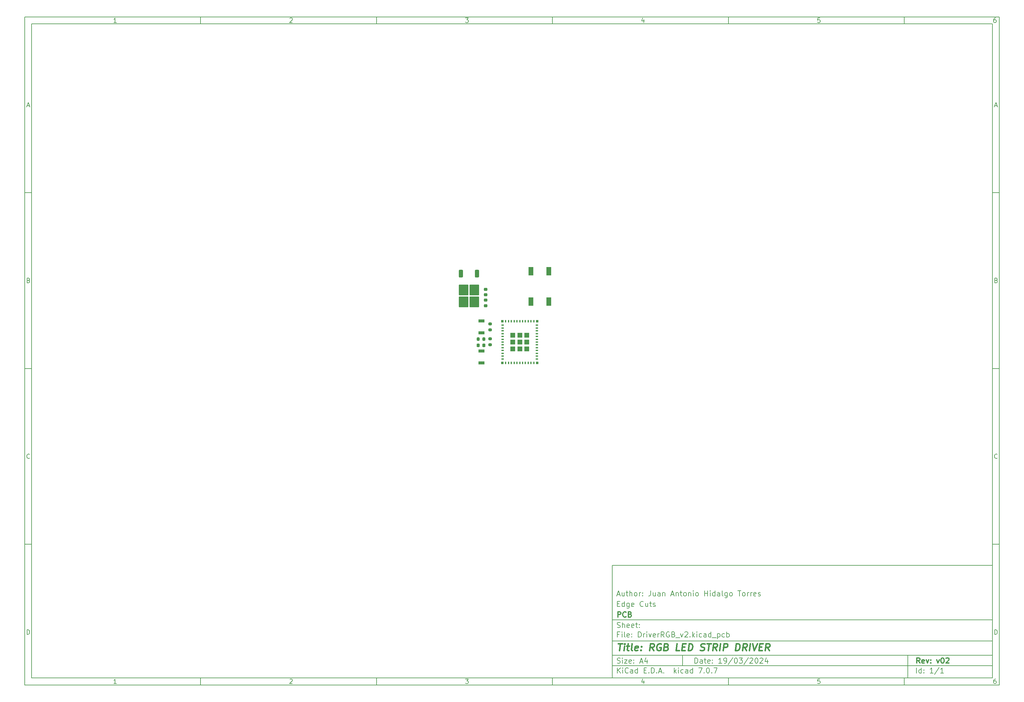
<source format=gbp>
%TF.GenerationSoftware,KiCad,Pcbnew,7.0.7*%
%TF.CreationDate,2024-06-25T18:17:05+02:00*%
%TF.ProjectId,DriverRGB_v2,44726976-6572-4524-9742-5f76322e6b69,v02*%
%TF.SameCoordinates,Original*%
%TF.FileFunction,Paste,Bot*%
%TF.FilePolarity,Positive*%
%FSLAX46Y46*%
G04 Gerber Fmt 4.6, Leading zero omitted, Abs format (unit mm)*
G04 Created by KiCad (PCBNEW 7.0.7) date 2024-06-25 18:17:05*
%MOMM*%
%LPD*%
G01*
G04 APERTURE LIST*
G04 Aperture macros list*
%AMRoundRect*
0 Rectangle with rounded corners*
0 $1 Rounding radius*
0 $2 $3 $4 $5 $6 $7 $8 $9 X,Y pos of 4 corners*
0 Add a 4 corners polygon primitive as box body*
4,1,4,$2,$3,$4,$5,$6,$7,$8,$9,$2,$3,0*
0 Add four circle primitives for the rounded corners*
1,1,$1+$1,$2,$3*
1,1,$1+$1,$4,$5*
1,1,$1+$1,$6,$7*
1,1,$1+$1,$8,$9*
0 Add four rect primitives between the rounded corners*
20,1,$1+$1,$2,$3,$4,$5,0*
20,1,$1+$1,$4,$5,$6,$7,0*
20,1,$1+$1,$6,$7,$8,$9,0*
20,1,$1+$1,$8,$9,$2,$3,0*%
G04 Aperture macros list end*
%ADD10C,0.100000*%
%ADD11C,0.150000*%
%ADD12C,0.300000*%
%ADD13C,0.400000*%
%ADD14RoundRect,0.200000X-0.275000X0.200000X-0.275000X-0.200000X0.275000X-0.200000X0.275000X0.200000X0*%
%ADD15R,1.700000X0.900000*%
%ADD16RoundRect,0.200000X0.275000X-0.200000X0.275000X0.200000X-0.275000X0.200000X-0.275000X-0.200000X0*%
%ADD17R,0.400000X0.800000*%
%ADD18R,0.800000X0.400000*%
%ADD19R,1.450000X1.450000*%
%ADD20R,0.700000X0.700000*%
%ADD21RoundRect,0.225000X0.250000X-0.225000X0.250000X0.225000X-0.250000X0.225000X-0.250000X-0.225000X0*%
%ADD22RoundRect,0.200000X-0.200000X-0.275000X0.200000X-0.275000X0.200000X0.275000X-0.200000X0.275000X0*%
%ADD23RoundRect,0.225000X0.225000X0.250000X-0.225000X0.250000X-0.225000X-0.250000X0.225000X-0.250000X0*%
%ADD24R,1.350000X2.350000*%
%ADD25RoundRect,0.250000X-0.350000X0.850000X-0.350000X-0.850000X0.350000X-0.850000X0.350000X0.850000X0*%
%ADD26RoundRect,0.250000X-1.125000X1.275000X-1.125000X-1.275000X1.125000X-1.275000X1.125000X1.275000X0*%
%ADD27RoundRect,0.225000X-0.250000X0.225000X-0.250000X-0.225000X0.250000X-0.225000X0.250000X0.225000X0*%
G04 APERTURE END LIST*
D10*
D11*
X177002200Y-166007200D02*
X285002200Y-166007200D01*
X285002200Y-198007200D01*
X177002200Y-198007200D01*
X177002200Y-166007200D01*
D10*
D11*
X10000000Y-10000000D02*
X287002200Y-10000000D01*
X287002200Y-200007200D01*
X10000000Y-200007200D01*
X10000000Y-10000000D01*
D10*
D11*
X12000000Y-12000000D02*
X285002200Y-12000000D01*
X285002200Y-198007200D01*
X12000000Y-198007200D01*
X12000000Y-12000000D01*
D10*
D11*
X60000000Y-12000000D02*
X60000000Y-10000000D01*
D10*
D11*
X110000000Y-12000000D02*
X110000000Y-10000000D01*
D10*
D11*
X160000000Y-12000000D02*
X160000000Y-10000000D01*
D10*
D11*
X210000000Y-12000000D02*
X210000000Y-10000000D01*
D10*
D11*
X260000000Y-12000000D02*
X260000000Y-10000000D01*
D10*
D11*
X36089160Y-11593604D02*
X35346303Y-11593604D01*
X35717731Y-11593604D02*
X35717731Y-10293604D01*
X35717731Y-10293604D02*
X35593922Y-10479319D01*
X35593922Y-10479319D02*
X35470112Y-10603128D01*
X35470112Y-10603128D02*
X35346303Y-10665033D01*
D10*
D11*
X85346303Y-10417414D02*
X85408207Y-10355509D01*
X85408207Y-10355509D02*
X85532017Y-10293604D01*
X85532017Y-10293604D02*
X85841541Y-10293604D01*
X85841541Y-10293604D02*
X85965350Y-10355509D01*
X85965350Y-10355509D02*
X86027255Y-10417414D01*
X86027255Y-10417414D02*
X86089160Y-10541223D01*
X86089160Y-10541223D02*
X86089160Y-10665033D01*
X86089160Y-10665033D02*
X86027255Y-10850747D01*
X86027255Y-10850747D02*
X85284398Y-11593604D01*
X85284398Y-11593604D02*
X86089160Y-11593604D01*
D10*
D11*
X135284398Y-10293604D02*
X136089160Y-10293604D01*
X136089160Y-10293604D02*
X135655826Y-10788842D01*
X135655826Y-10788842D02*
X135841541Y-10788842D01*
X135841541Y-10788842D02*
X135965350Y-10850747D01*
X135965350Y-10850747D02*
X136027255Y-10912652D01*
X136027255Y-10912652D02*
X136089160Y-11036461D01*
X136089160Y-11036461D02*
X136089160Y-11345985D01*
X136089160Y-11345985D02*
X136027255Y-11469795D01*
X136027255Y-11469795D02*
X135965350Y-11531700D01*
X135965350Y-11531700D02*
X135841541Y-11593604D01*
X135841541Y-11593604D02*
X135470112Y-11593604D01*
X135470112Y-11593604D02*
X135346303Y-11531700D01*
X135346303Y-11531700D02*
X135284398Y-11469795D01*
D10*
D11*
X185965350Y-10726938D02*
X185965350Y-11593604D01*
X185655826Y-10231700D02*
X185346303Y-11160271D01*
X185346303Y-11160271D02*
X186151064Y-11160271D01*
D10*
D11*
X236027255Y-10293604D02*
X235408207Y-10293604D01*
X235408207Y-10293604D02*
X235346303Y-10912652D01*
X235346303Y-10912652D02*
X235408207Y-10850747D01*
X235408207Y-10850747D02*
X235532017Y-10788842D01*
X235532017Y-10788842D02*
X235841541Y-10788842D01*
X235841541Y-10788842D02*
X235965350Y-10850747D01*
X235965350Y-10850747D02*
X236027255Y-10912652D01*
X236027255Y-10912652D02*
X236089160Y-11036461D01*
X236089160Y-11036461D02*
X236089160Y-11345985D01*
X236089160Y-11345985D02*
X236027255Y-11469795D01*
X236027255Y-11469795D02*
X235965350Y-11531700D01*
X235965350Y-11531700D02*
X235841541Y-11593604D01*
X235841541Y-11593604D02*
X235532017Y-11593604D01*
X235532017Y-11593604D02*
X235408207Y-11531700D01*
X235408207Y-11531700D02*
X235346303Y-11469795D01*
D10*
D11*
X285965350Y-10293604D02*
X285717731Y-10293604D01*
X285717731Y-10293604D02*
X285593922Y-10355509D01*
X285593922Y-10355509D02*
X285532017Y-10417414D01*
X285532017Y-10417414D02*
X285408207Y-10603128D01*
X285408207Y-10603128D02*
X285346303Y-10850747D01*
X285346303Y-10850747D02*
X285346303Y-11345985D01*
X285346303Y-11345985D02*
X285408207Y-11469795D01*
X285408207Y-11469795D02*
X285470112Y-11531700D01*
X285470112Y-11531700D02*
X285593922Y-11593604D01*
X285593922Y-11593604D02*
X285841541Y-11593604D01*
X285841541Y-11593604D02*
X285965350Y-11531700D01*
X285965350Y-11531700D02*
X286027255Y-11469795D01*
X286027255Y-11469795D02*
X286089160Y-11345985D01*
X286089160Y-11345985D02*
X286089160Y-11036461D01*
X286089160Y-11036461D02*
X286027255Y-10912652D01*
X286027255Y-10912652D02*
X285965350Y-10850747D01*
X285965350Y-10850747D02*
X285841541Y-10788842D01*
X285841541Y-10788842D02*
X285593922Y-10788842D01*
X285593922Y-10788842D02*
X285470112Y-10850747D01*
X285470112Y-10850747D02*
X285408207Y-10912652D01*
X285408207Y-10912652D02*
X285346303Y-11036461D01*
D10*
D11*
X60000000Y-198007200D02*
X60000000Y-200007200D01*
D10*
D11*
X110000000Y-198007200D02*
X110000000Y-200007200D01*
D10*
D11*
X160000000Y-198007200D02*
X160000000Y-200007200D01*
D10*
D11*
X210000000Y-198007200D02*
X210000000Y-200007200D01*
D10*
D11*
X260000000Y-198007200D02*
X260000000Y-200007200D01*
D10*
D11*
X36089160Y-199600804D02*
X35346303Y-199600804D01*
X35717731Y-199600804D02*
X35717731Y-198300804D01*
X35717731Y-198300804D02*
X35593922Y-198486519D01*
X35593922Y-198486519D02*
X35470112Y-198610328D01*
X35470112Y-198610328D02*
X35346303Y-198672233D01*
D10*
D11*
X85346303Y-198424614D02*
X85408207Y-198362709D01*
X85408207Y-198362709D02*
X85532017Y-198300804D01*
X85532017Y-198300804D02*
X85841541Y-198300804D01*
X85841541Y-198300804D02*
X85965350Y-198362709D01*
X85965350Y-198362709D02*
X86027255Y-198424614D01*
X86027255Y-198424614D02*
X86089160Y-198548423D01*
X86089160Y-198548423D02*
X86089160Y-198672233D01*
X86089160Y-198672233D02*
X86027255Y-198857947D01*
X86027255Y-198857947D02*
X85284398Y-199600804D01*
X85284398Y-199600804D02*
X86089160Y-199600804D01*
D10*
D11*
X135284398Y-198300804D02*
X136089160Y-198300804D01*
X136089160Y-198300804D02*
X135655826Y-198796042D01*
X135655826Y-198796042D02*
X135841541Y-198796042D01*
X135841541Y-198796042D02*
X135965350Y-198857947D01*
X135965350Y-198857947D02*
X136027255Y-198919852D01*
X136027255Y-198919852D02*
X136089160Y-199043661D01*
X136089160Y-199043661D02*
X136089160Y-199353185D01*
X136089160Y-199353185D02*
X136027255Y-199476995D01*
X136027255Y-199476995D02*
X135965350Y-199538900D01*
X135965350Y-199538900D02*
X135841541Y-199600804D01*
X135841541Y-199600804D02*
X135470112Y-199600804D01*
X135470112Y-199600804D02*
X135346303Y-199538900D01*
X135346303Y-199538900D02*
X135284398Y-199476995D01*
D10*
D11*
X185965350Y-198734138D02*
X185965350Y-199600804D01*
X185655826Y-198238900D02*
X185346303Y-199167471D01*
X185346303Y-199167471D02*
X186151064Y-199167471D01*
D10*
D11*
X236027255Y-198300804D02*
X235408207Y-198300804D01*
X235408207Y-198300804D02*
X235346303Y-198919852D01*
X235346303Y-198919852D02*
X235408207Y-198857947D01*
X235408207Y-198857947D02*
X235532017Y-198796042D01*
X235532017Y-198796042D02*
X235841541Y-198796042D01*
X235841541Y-198796042D02*
X235965350Y-198857947D01*
X235965350Y-198857947D02*
X236027255Y-198919852D01*
X236027255Y-198919852D02*
X236089160Y-199043661D01*
X236089160Y-199043661D02*
X236089160Y-199353185D01*
X236089160Y-199353185D02*
X236027255Y-199476995D01*
X236027255Y-199476995D02*
X235965350Y-199538900D01*
X235965350Y-199538900D02*
X235841541Y-199600804D01*
X235841541Y-199600804D02*
X235532017Y-199600804D01*
X235532017Y-199600804D02*
X235408207Y-199538900D01*
X235408207Y-199538900D02*
X235346303Y-199476995D01*
D10*
D11*
X285965350Y-198300804D02*
X285717731Y-198300804D01*
X285717731Y-198300804D02*
X285593922Y-198362709D01*
X285593922Y-198362709D02*
X285532017Y-198424614D01*
X285532017Y-198424614D02*
X285408207Y-198610328D01*
X285408207Y-198610328D02*
X285346303Y-198857947D01*
X285346303Y-198857947D02*
X285346303Y-199353185D01*
X285346303Y-199353185D02*
X285408207Y-199476995D01*
X285408207Y-199476995D02*
X285470112Y-199538900D01*
X285470112Y-199538900D02*
X285593922Y-199600804D01*
X285593922Y-199600804D02*
X285841541Y-199600804D01*
X285841541Y-199600804D02*
X285965350Y-199538900D01*
X285965350Y-199538900D02*
X286027255Y-199476995D01*
X286027255Y-199476995D02*
X286089160Y-199353185D01*
X286089160Y-199353185D02*
X286089160Y-199043661D01*
X286089160Y-199043661D02*
X286027255Y-198919852D01*
X286027255Y-198919852D02*
X285965350Y-198857947D01*
X285965350Y-198857947D02*
X285841541Y-198796042D01*
X285841541Y-198796042D02*
X285593922Y-198796042D01*
X285593922Y-198796042D02*
X285470112Y-198857947D01*
X285470112Y-198857947D02*
X285408207Y-198919852D01*
X285408207Y-198919852D02*
X285346303Y-199043661D01*
D10*
D11*
X10000000Y-60000000D02*
X12000000Y-60000000D01*
D10*
D11*
X10000000Y-110000000D02*
X12000000Y-110000000D01*
D10*
D11*
X10000000Y-160000000D02*
X12000000Y-160000000D01*
D10*
D11*
X10690476Y-35222176D02*
X11309523Y-35222176D01*
X10566666Y-35593604D02*
X10999999Y-34293604D01*
X10999999Y-34293604D02*
X11433333Y-35593604D01*
D10*
D11*
X11092857Y-84912652D02*
X11278571Y-84974557D01*
X11278571Y-84974557D02*
X11340476Y-85036461D01*
X11340476Y-85036461D02*
X11402380Y-85160271D01*
X11402380Y-85160271D02*
X11402380Y-85345985D01*
X11402380Y-85345985D02*
X11340476Y-85469795D01*
X11340476Y-85469795D02*
X11278571Y-85531700D01*
X11278571Y-85531700D02*
X11154761Y-85593604D01*
X11154761Y-85593604D02*
X10659523Y-85593604D01*
X10659523Y-85593604D02*
X10659523Y-84293604D01*
X10659523Y-84293604D02*
X11092857Y-84293604D01*
X11092857Y-84293604D02*
X11216666Y-84355509D01*
X11216666Y-84355509D02*
X11278571Y-84417414D01*
X11278571Y-84417414D02*
X11340476Y-84541223D01*
X11340476Y-84541223D02*
X11340476Y-84665033D01*
X11340476Y-84665033D02*
X11278571Y-84788842D01*
X11278571Y-84788842D02*
X11216666Y-84850747D01*
X11216666Y-84850747D02*
X11092857Y-84912652D01*
X11092857Y-84912652D02*
X10659523Y-84912652D01*
D10*
D11*
X11402380Y-135469795D02*
X11340476Y-135531700D01*
X11340476Y-135531700D02*
X11154761Y-135593604D01*
X11154761Y-135593604D02*
X11030952Y-135593604D01*
X11030952Y-135593604D02*
X10845238Y-135531700D01*
X10845238Y-135531700D02*
X10721428Y-135407890D01*
X10721428Y-135407890D02*
X10659523Y-135284080D01*
X10659523Y-135284080D02*
X10597619Y-135036461D01*
X10597619Y-135036461D02*
X10597619Y-134850747D01*
X10597619Y-134850747D02*
X10659523Y-134603128D01*
X10659523Y-134603128D02*
X10721428Y-134479319D01*
X10721428Y-134479319D02*
X10845238Y-134355509D01*
X10845238Y-134355509D02*
X11030952Y-134293604D01*
X11030952Y-134293604D02*
X11154761Y-134293604D01*
X11154761Y-134293604D02*
X11340476Y-134355509D01*
X11340476Y-134355509D02*
X11402380Y-134417414D01*
D10*
D11*
X10659523Y-185593604D02*
X10659523Y-184293604D01*
X10659523Y-184293604D02*
X10969047Y-184293604D01*
X10969047Y-184293604D02*
X11154761Y-184355509D01*
X11154761Y-184355509D02*
X11278571Y-184479319D01*
X11278571Y-184479319D02*
X11340476Y-184603128D01*
X11340476Y-184603128D02*
X11402380Y-184850747D01*
X11402380Y-184850747D02*
X11402380Y-185036461D01*
X11402380Y-185036461D02*
X11340476Y-185284080D01*
X11340476Y-185284080D02*
X11278571Y-185407890D01*
X11278571Y-185407890D02*
X11154761Y-185531700D01*
X11154761Y-185531700D02*
X10969047Y-185593604D01*
X10969047Y-185593604D02*
X10659523Y-185593604D01*
D10*
D11*
X287002200Y-60000000D02*
X285002200Y-60000000D01*
D10*
D11*
X287002200Y-110000000D02*
X285002200Y-110000000D01*
D10*
D11*
X287002200Y-160000000D02*
X285002200Y-160000000D01*
D10*
D11*
X285692676Y-35222176D02*
X286311723Y-35222176D01*
X285568866Y-35593604D02*
X286002199Y-34293604D01*
X286002199Y-34293604D02*
X286435533Y-35593604D01*
D10*
D11*
X286095057Y-84912652D02*
X286280771Y-84974557D01*
X286280771Y-84974557D02*
X286342676Y-85036461D01*
X286342676Y-85036461D02*
X286404580Y-85160271D01*
X286404580Y-85160271D02*
X286404580Y-85345985D01*
X286404580Y-85345985D02*
X286342676Y-85469795D01*
X286342676Y-85469795D02*
X286280771Y-85531700D01*
X286280771Y-85531700D02*
X286156961Y-85593604D01*
X286156961Y-85593604D02*
X285661723Y-85593604D01*
X285661723Y-85593604D02*
X285661723Y-84293604D01*
X285661723Y-84293604D02*
X286095057Y-84293604D01*
X286095057Y-84293604D02*
X286218866Y-84355509D01*
X286218866Y-84355509D02*
X286280771Y-84417414D01*
X286280771Y-84417414D02*
X286342676Y-84541223D01*
X286342676Y-84541223D02*
X286342676Y-84665033D01*
X286342676Y-84665033D02*
X286280771Y-84788842D01*
X286280771Y-84788842D02*
X286218866Y-84850747D01*
X286218866Y-84850747D02*
X286095057Y-84912652D01*
X286095057Y-84912652D02*
X285661723Y-84912652D01*
D10*
D11*
X286404580Y-135469795D02*
X286342676Y-135531700D01*
X286342676Y-135531700D02*
X286156961Y-135593604D01*
X286156961Y-135593604D02*
X286033152Y-135593604D01*
X286033152Y-135593604D02*
X285847438Y-135531700D01*
X285847438Y-135531700D02*
X285723628Y-135407890D01*
X285723628Y-135407890D02*
X285661723Y-135284080D01*
X285661723Y-135284080D02*
X285599819Y-135036461D01*
X285599819Y-135036461D02*
X285599819Y-134850747D01*
X285599819Y-134850747D02*
X285661723Y-134603128D01*
X285661723Y-134603128D02*
X285723628Y-134479319D01*
X285723628Y-134479319D02*
X285847438Y-134355509D01*
X285847438Y-134355509D02*
X286033152Y-134293604D01*
X286033152Y-134293604D02*
X286156961Y-134293604D01*
X286156961Y-134293604D02*
X286342676Y-134355509D01*
X286342676Y-134355509D02*
X286404580Y-134417414D01*
D10*
D11*
X285661723Y-185593604D02*
X285661723Y-184293604D01*
X285661723Y-184293604D02*
X285971247Y-184293604D01*
X285971247Y-184293604D02*
X286156961Y-184355509D01*
X286156961Y-184355509D02*
X286280771Y-184479319D01*
X286280771Y-184479319D02*
X286342676Y-184603128D01*
X286342676Y-184603128D02*
X286404580Y-184850747D01*
X286404580Y-184850747D02*
X286404580Y-185036461D01*
X286404580Y-185036461D02*
X286342676Y-185284080D01*
X286342676Y-185284080D02*
X286280771Y-185407890D01*
X286280771Y-185407890D02*
X286156961Y-185531700D01*
X286156961Y-185531700D02*
X285971247Y-185593604D01*
X285971247Y-185593604D02*
X285661723Y-185593604D01*
D10*
D11*
X200458026Y-193793328D02*
X200458026Y-192293328D01*
X200458026Y-192293328D02*
X200815169Y-192293328D01*
X200815169Y-192293328D02*
X201029455Y-192364757D01*
X201029455Y-192364757D02*
X201172312Y-192507614D01*
X201172312Y-192507614D02*
X201243741Y-192650471D01*
X201243741Y-192650471D02*
X201315169Y-192936185D01*
X201315169Y-192936185D02*
X201315169Y-193150471D01*
X201315169Y-193150471D02*
X201243741Y-193436185D01*
X201243741Y-193436185D02*
X201172312Y-193579042D01*
X201172312Y-193579042D02*
X201029455Y-193721900D01*
X201029455Y-193721900D02*
X200815169Y-193793328D01*
X200815169Y-193793328D02*
X200458026Y-193793328D01*
X202600884Y-193793328D02*
X202600884Y-193007614D01*
X202600884Y-193007614D02*
X202529455Y-192864757D01*
X202529455Y-192864757D02*
X202386598Y-192793328D01*
X202386598Y-192793328D02*
X202100884Y-192793328D01*
X202100884Y-192793328D02*
X201958026Y-192864757D01*
X202600884Y-193721900D02*
X202458026Y-193793328D01*
X202458026Y-193793328D02*
X202100884Y-193793328D01*
X202100884Y-193793328D02*
X201958026Y-193721900D01*
X201958026Y-193721900D02*
X201886598Y-193579042D01*
X201886598Y-193579042D02*
X201886598Y-193436185D01*
X201886598Y-193436185D02*
X201958026Y-193293328D01*
X201958026Y-193293328D02*
X202100884Y-193221900D01*
X202100884Y-193221900D02*
X202458026Y-193221900D01*
X202458026Y-193221900D02*
X202600884Y-193150471D01*
X203100884Y-192793328D02*
X203672312Y-192793328D01*
X203315169Y-192293328D02*
X203315169Y-193579042D01*
X203315169Y-193579042D02*
X203386598Y-193721900D01*
X203386598Y-193721900D02*
X203529455Y-193793328D01*
X203529455Y-193793328D02*
X203672312Y-193793328D01*
X204743741Y-193721900D02*
X204600884Y-193793328D01*
X204600884Y-193793328D02*
X204315170Y-193793328D01*
X204315170Y-193793328D02*
X204172312Y-193721900D01*
X204172312Y-193721900D02*
X204100884Y-193579042D01*
X204100884Y-193579042D02*
X204100884Y-193007614D01*
X204100884Y-193007614D02*
X204172312Y-192864757D01*
X204172312Y-192864757D02*
X204315170Y-192793328D01*
X204315170Y-192793328D02*
X204600884Y-192793328D01*
X204600884Y-192793328D02*
X204743741Y-192864757D01*
X204743741Y-192864757D02*
X204815170Y-193007614D01*
X204815170Y-193007614D02*
X204815170Y-193150471D01*
X204815170Y-193150471D02*
X204100884Y-193293328D01*
X205458026Y-193650471D02*
X205529455Y-193721900D01*
X205529455Y-193721900D02*
X205458026Y-193793328D01*
X205458026Y-193793328D02*
X205386598Y-193721900D01*
X205386598Y-193721900D02*
X205458026Y-193650471D01*
X205458026Y-193650471D02*
X205458026Y-193793328D01*
X205458026Y-192864757D02*
X205529455Y-192936185D01*
X205529455Y-192936185D02*
X205458026Y-193007614D01*
X205458026Y-193007614D02*
X205386598Y-192936185D01*
X205386598Y-192936185D02*
X205458026Y-192864757D01*
X205458026Y-192864757D02*
X205458026Y-193007614D01*
X208100884Y-193793328D02*
X207243741Y-193793328D01*
X207672312Y-193793328D02*
X207672312Y-192293328D01*
X207672312Y-192293328D02*
X207529455Y-192507614D01*
X207529455Y-192507614D02*
X207386598Y-192650471D01*
X207386598Y-192650471D02*
X207243741Y-192721900D01*
X208815169Y-193793328D02*
X209100883Y-193793328D01*
X209100883Y-193793328D02*
X209243740Y-193721900D01*
X209243740Y-193721900D02*
X209315169Y-193650471D01*
X209315169Y-193650471D02*
X209458026Y-193436185D01*
X209458026Y-193436185D02*
X209529455Y-193150471D01*
X209529455Y-193150471D02*
X209529455Y-192579042D01*
X209529455Y-192579042D02*
X209458026Y-192436185D01*
X209458026Y-192436185D02*
X209386598Y-192364757D01*
X209386598Y-192364757D02*
X209243740Y-192293328D01*
X209243740Y-192293328D02*
X208958026Y-192293328D01*
X208958026Y-192293328D02*
X208815169Y-192364757D01*
X208815169Y-192364757D02*
X208743740Y-192436185D01*
X208743740Y-192436185D02*
X208672312Y-192579042D01*
X208672312Y-192579042D02*
X208672312Y-192936185D01*
X208672312Y-192936185D02*
X208743740Y-193079042D01*
X208743740Y-193079042D02*
X208815169Y-193150471D01*
X208815169Y-193150471D02*
X208958026Y-193221900D01*
X208958026Y-193221900D02*
X209243740Y-193221900D01*
X209243740Y-193221900D02*
X209386598Y-193150471D01*
X209386598Y-193150471D02*
X209458026Y-193079042D01*
X209458026Y-193079042D02*
X209529455Y-192936185D01*
X211243740Y-192221900D02*
X209958026Y-194150471D01*
X212029455Y-192293328D02*
X212172312Y-192293328D01*
X212172312Y-192293328D02*
X212315169Y-192364757D01*
X212315169Y-192364757D02*
X212386598Y-192436185D01*
X212386598Y-192436185D02*
X212458026Y-192579042D01*
X212458026Y-192579042D02*
X212529455Y-192864757D01*
X212529455Y-192864757D02*
X212529455Y-193221900D01*
X212529455Y-193221900D02*
X212458026Y-193507614D01*
X212458026Y-193507614D02*
X212386598Y-193650471D01*
X212386598Y-193650471D02*
X212315169Y-193721900D01*
X212315169Y-193721900D02*
X212172312Y-193793328D01*
X212172312Y-193793328D02*
X212029455Y-193793328D01*
X212029455Y-193793328D02*
X211886598Y-193721900D01*
X211886598Y-193721900D02*
X211815169Y-193650471D01*
X211815169Y-193650471D02*
X211743740Y-193507614D01*
X211743740Y-193507614D02*
X211672312Y-193221900D01*
X211672312Y-193221900D02*
X211672312Y-192864757D01*
X211672312Y-192864757D02*
X211743740Y-192579042D01*
X211743740Y-192579042D02*
X211815169Y-192436185D01*
X211815169Y-192436185D02*
X211886598Y-192364757D01*
X211886598Y-192364757D02*
X212029455Y-192293328D01*
X213029454Y-192293328D02*
X213958026Y-192293328D01*
X213958026Y-192293328D02*
X213458026Y-192864757D01*
X213458026Y-192864757D02*
X213672311Y-192864757D01*
X213672311Y-192864757D02*
X213815169Y-192936185D01*
X213815169Y-192936185D02*
X213886597Y-193007614D01*
X213886597Y-193007614D02*
X213958026Y-193150471D01*
X213958026Y-193150471D02*
X213958026Y-193507614D01*
X213958026Y-193507614D02*
X213886597Y-193650471D01*
X213886597Y-193650471D02*
X213815169Y-193721900D01*
X213815169Y-193721900D02*
X213672311Y-193793328D01*
X213672311Y-193793328D02*
X213243740Y-193793328D01*
X213243740Y-193793328D02*
X213100883Y-193721900D01*
X213100883Y-193721900D02*
X213029454Y-193650471D01*
X215672311Y-192221900D02*
X214386597Y-194150471D01*
X216100883Y-192436185D02*
X216172311Y-192364757D01*
X216172311Y-192364757D02*
X216315169Y-192293328D01*
X216315169Y-192293328D02*
X216672311Y-192293328D01*
X216672311Y-192293328D02*
X216815169Y-192364757D01*
X216815169Y-192364757D02*
X216886597Y-192436185D01*
X216886597Y-192436185D02*
X216958026Y-192579042D01*
X216958026Y-192579042D02*
X216958026Y-192721900D01*
X216958026Y-192721900D02*
X216886597Y-192936185D01*
X216886597Y-192936185D02*
X216029454Y-193793328D01*
X216029454Y-193793328D02*
X216958026Y-193793328D01*
X217886597Y-192293328D02*
X218029454Y-192293328D01*
X218029454Y-192293328D02*
X218172311Y-192364757D01*
X218172311Y-192364757D02*
X218243740Y-192436185D01*
X218243740Y-192436185D02*
X218315168Y-192579042D01*
X218315168Y-192579042D02*
X218386597Y-192864757D01*
X218386597Y-192864757D02*
X218386597Y-193221900D01*
X218386597Y-193221900D02*
X218315168Y-193507614D01*
X218315168Y-193507614D02*
X218243740Y-193650471D01*
X218243740Y-193650471D02*
X218172311Y-193721900D01*
X218172311Y-193721900D02*
X218029454Y-193793328D01*
X218029454Y-193793328D02*
X217886597Y-193793328D01*
X217886597Y-193793328D02*
X217743740Y-193721900D01*
X217743740Y-193721900D02*
X217672311Y-193650471D01*
X217672311Y-193650471D02*
X217600882Y-193507614D01*
X217600882Y-193507614D02*
X217529454Y-193221900D01*
X217529454Y-193221900D02*
X217529454Y-192864757D01*
X217529454Y-192864757D02*
X217600882Y-192579042D01*
X217600882Y-192579042D02*
X217672311Y-192436185D01*
X217672311Y-192436185D02*
X217743740Y-192364757D01*
X217743740Y-192364757D02*
X217886597Y-192293328D01*
X218958025Y-192436185D02*
X219029453Y-192364757D01*
X219029453Y-192364757D02*
X219172311Y-192293328D01*
X219172311Y-192293328D02*
X219529453Y-192293328D01*
X219529453Y-192293328D02*
X219672311Y-192364757D01*
X219672311Y-192364757D02*
X219743739Y-192436185D01*
X219743739Y-192436185D02*
X219815168Y-192579042D01*
X219815168Y-192579042D02*
X219815168Y-192721900D01*
X219815168Y-192721900D02*
X219743739Y-192936185D01*
X219743739Y-192936185D02*
X218886596Y-193793328D01*
X218886596Y-193793328D02*
X219815168Y-193793328D01*
X221100882Y-192793328D02*
X221100882Y-193793328D01*
X220743739Y-192221900D02*
X220386596Y-193293328D01*
X220386596Y-193293328D02*
X221315167Y-193293328D01*
D10*
D11*
X177002200Y-194507200D02*
X285002200Y-194507200D01*
D10*
D11*
X178458026Y-196593328D02*
X178458026Y-195093328D01*
X179315169Y-196593328D02*
X178672312Y-195736185D01*
X179315169Y-195093328D02*
X178458026Y-195950471D01*
X179958026Y-196593328D02*
X179958026Y-195593328D01*
X179958026Y-195093328D02*
X179886598Y-195164757D01*
X179886598Y-195164757D02*
X179958026Y-195236185D01*
X179958026Y-195236185D02*
X180029455Y-195164757D01*
X180029455Y-195164757D02*
X179958026Y-195093328D01*
X179958026Y-195093328D02*
X179958026Y-195236185D01*
X181529455Y-196450471D02*
X181458027Y-196521900D01*
X181458027Y-196521900D02*
X181243741Y-196593328D01*
X181243741Y-196593328D02*
X181100884Y-196593328D01*
X181100884Y-196593328D02*
X180886598Y-196521900D01*
X180886598Y-196521900D02*
X180743741Y-196379042D01*
X180743741Y-196379042D02*
X180672312Y-196236185D01*
X180672312Y-196236185D02*
X180600884Y-195950471D01*
X180600884Y-195950471D02*
X180600884Y-195736185D01*
X180600884Y-195736185D02*
X180672312Y-195450471D01*
X180672312Y-195450471D02*
X180743741Y-195307614D01*
X180743741Y-195307614D02*
X180886598Y-195164757D01*
X180886598Y-195164757D02*
X181100884Y-195093328D01*
X181100884Y-195093328D02*
X181243741Y-195093328D01*
X181243741Y-195093328D02*
X181458027Y-195164757D01*
X181458027Y-195164757D02*
X181529455Y-195236185D01*
X182815170Y-196593328D02*
X182815170Y-195807614D01*
X182815170Y-195807614D02*
X182743741Y-195664757D01*
X182743741Y-195664757D02*
X182600884Y-195593328D01*
X182600884Y-195593328D02*
X182315170Y-195593328D01*
X182315170Y-195593328D02*
X182172312Y-195664757D01*
X182815170Y-196521900D02*
X182672312Y-196593328D01*
X182672312Y-196593328D02*
X182315170Y-196593328D01*
X182315170Y-196593328D02*
X182172312Y-196521900D01*
X182172312Y-196521900D02*
X182100884Y-196379042D01*
X182100884Y-196379042D02*
X182100884Y-196236185D01*
X182100884Y-196236185D02*
X182172312Y-196093328D01*
X182172312Y-196093328D02*
X182315170Y-196021900D01*
X182315170Y-196021900D02*
X182672312Y-196021900D01*
X182672312Y-196021900D02*
X182815170Y-195950471D01*
X184172313Y-196593328D02*
X184172313Y-195093328D01*
X184172313Y-196521900D02*
X184029455Y-196593328D01*
X184029455Y-196593328D02*
X183743741Y-196593328D01*
X183743741Y-196593328D02*
X183600884Y-196521900D01*
X183600884Y-196521900D02*
X183529455Y-196450471D01*
X183529455Y-196450471D02*
X183458027Y-196307614D01*
X183458027Y-196307614D02*
X183458027Y-195879042D01*
X183458027Y-195879042D02*
X183529455Y-195736185D01*
X183529455Y-195736185D02*
X183600884Y-195664757D01*
X183600884Y-195664757D02*
X183743741Y-195593328D01*
X183743741Y-195593328D02*
X184029455Y-195593328D01*
X184029455Y-195593328D02*
X184172313Y-195664757D01*
X186029455Y-195807614D02*
X186529455Y-195807614D01*
X186743741Y-196593328D02*
X186029455Y-196593328D01*
X186029455Y-196593328D02*
X186029455Y-195093328D01*
X186029455Y-195093328D02*
X186743741Y-195093328D01*
X187386598Y-196450471D02*
X187458027Y-196521900D01*
X187458027Y-196521900D02*
X187386598Y-196593328D01*
X187386598Y-196593328D02*
X187315170Y-196521900D01*
X187315170Y-196521900D02*
X187386598Y-196450471D01*
X187386598Y-196450471D02*
X187386598Y-196593328D01*
X188100884Y-196593328D02*
X188100884Y-195093328D01*
X188100884Y-195093328D02*
X188458027Y-195093328D01*
X188458027Y-195093328D02*
X188672313Y-195164757D01*
X188672313Y-195164757D02*
X188815170Y-195307614D01*
X188815170Y-195307614D02*
X188886599Y-195450471D01*
X188886599Y-195450471D02*
X188958027Y-195736185D01*
X188958027Y-195736185D02*
X188958027Y-195950471D01*
X188958027Y-195950471D02*
X188886599Y-196236185D01*
X188886599Y-196236185D02*
X188815170Y-196379042D01*
X188815170Y-196379042D02*
X188672313Y-196521900D01*
X188672313Y-196521900D02*
X188458027Y-196593328D01*
X188458027Y-196593328D02*
X188100884Y-196593328D01*
X189600884Y-196450471D02*
X189672313Y-196521900D01*
X189672313Y-196521900D02*
X189600884Y-196593328D01*
X189600884Y-196593328D02*
X189529456Y-196521900D01*
X189529456Y-196521900D02*
X189600884Y-196450471D01*
X189600884Y-196450471D02*
X189600884Y-196593328D01*
X190243742Y-196164757D02*
X190958028Y-196164757D01*
X190100885Y-196593328D02*
X190600885Y-195093328D01*
X190600885Y-195093328D02*
X191100885Y-196593328D01*
X191600884Y-196450471D02*
X191672313Y-196521900D01*
X191672313Y-196521900D02*
X191600884Y-196593328D01*
X191600884Y-196593328D02*
X191529456Y-196521900D01*
X191529456Y-196521900D02*
X191600884Y-196450471D01*
X191600884Y-196450471D02*
X191600884Y-196593328D01*
X194600884Y-196593328D02*
X194600884Y-195093328D01*
X194743742Y-196021900D02*
X195172313Y-196593328D01*
X195172313Y-195593328D02*
X194600884Y-196164757D01*
X195815170Y-196593328D02*
X195815170Y-195593328D01*
X195815170Y-195093328D02*
X195743742Y-195164757D01*
X195743742Y-195164757D02*
X195815170Y-195236185D01*
X195815170Y-195236185D02*
X195886599Y-195164757D01*
X195886599Y-195164757D02*
X195815170Y-195093328D01*
X195815170Y-195093328D02*
X195815170Y-195236185D01*
X197172314Y-196521900D02*
X197029456Y-196593328D01*
X197029456Y-196593328D02*
X196743742Y-196593328D01*
X196743742Y-196593328D02*
X196600885Y-196521900D01*
X196600885Y-196521900D02*
X196529456Y-196450471D01*
X196529456Y-196450471D02*
X196458028Y-196307614D01*
X196458028Y-196307614D02*
X196458028Y-195879042D01*
X196458028Y-195879042D02*
X196529456Y-195736185D01*
X196529456Y-195736185D02*
X196600885Y-195664757D01*
X196600885Y-195664757D02*
X196743742Y-195593328D01*
X196743742Y-195593328D02*
X197029456Y-195593328D01*
X197029456Y-195593328D02*
X197172314Y-195664757D01*
X198458028Y-196593328D02*
X198458028Y-195807614D01*
X198458028Y-195807614D02*
X198386599Y-195664757D01*
X198386599Y-195664757D02*
X198243742Y-195593328D01*
X198243742Y-195593328D02*
X197958028Y-195593328D01*
X197958028Y-195593328D02*
X197815170Y-195664757D01*
X198458028Y-196521900D02*
X198315170Y-196593328D01*
X198315170Y-196593328D02*
X197958028Y-196593328D01*
X197958028Y-196593328D02*
X197815170Y-196521900D01*
X197815170Y-196521900D02*
X197743742Y-196379042D01*
X197743742Y-196379042D02*
X197743742Y-196236185D01*
X197743742Y-196236185D02*
X197815170Y-196093328D01*
X197815170Y-196093328D02*
X197958028Y-196021900D01*
X197958028Y-196021900D02*
X198315170Y-196021900D01*
X198315170Y-196021900D02*
X198458028Y-195950471D01*
X199815171Y-196593328D02*
X199815171Y-195093328D01*
X199815171Y-196521900D02*
X199672313Y-196593328D01*
X199672313Y-196593328D02*
X199386599Y-196593328D01*
X199386599Y-196593328D02*
X199243742Y-196521900D01*
X199243742Y-196521900D02*
X199172313Y-196450471D01*
X199172313Y-196450471D02*
X199100885Y-196307614D01*
X199100885Y-196307614D02*
X199100885Y-195879042D01*
X199100885Y-195879042D02*
X199172313Y-195736185D01*
X199172313Y-195736185D02*
X199243742Y-195664757D01*
X199243742Y-195664757D02*
X199386599Y-195593328D01*
X199386599Y-195593328D02*
X199672313Y-195593328D01*
X199672313Y-195593328D02*
X199815171Y-195664757D01*
X201529456Y-195093328D02*
X202529456Y-195093328D01*
X202529456Y-195093328D02*
X201886599Y-196593328D01*
X203100884Y-196450471D02*
X203172313Y-196521900D01*
X203172313Y-196521900D02*
X203100884Y-196593328D01*
X203100884Y-196593328D02*
X203029456Y-196521900D01*
X203029456Y-196521900D02*
X203100884Y-196450471D01*
X203100884Y-196450471D02*
X203100884Y-196593328D01*
X204100885Y-195093328D02*
X204243742Y-195093328D01*
X204243742Y-195093328D02*
X204386599Y-195164757D01*
X204386599Y-195164757D02*
X204458028Y-195236185D01*
X204458028Y-195236185D02*
X204529456Y-195379042D01*
X204529456Y-195379042D02*
X204600885Y-195664757D01*
X204600885Y-195664757D02*
X204600885Y-196021900D01*
X204600885Y-196021900D02*
X204529456Y-196307614D01*
X204529456Y-196307614D02*
X204458028Y-196450471D01*
X204458028Y-196450471D02*
X204386599Y-196521900D01*
X204386599Y-196521900D02*
X204243742Y-196593328D01*
X204243742Y-196593328D02*
X204100885Y-196593328D01*
X204100885Y-196593328D02*
X203958028Y-196521900D01*
X203958028Y-196521900D02*
X203886599Y-196450471D01*
X203886599Y-196450471D02*
X203815170Y-196307614D01*
X203815170Y-196307614D02*
X203743742Y-196021900D01*
X203743742Y-196021900D02*
X203743742Y-195664757D01*
X203743742Y-195664757D02*
X203815170Y-195379042D01*
X203815170Y-195379042D02*
X203886599Y-195236185D01*
X203886599Y-195236185D02*
X203958028Y-195164757D01*
X203958028Y-195164757D02*
X204100885Y-195093328D01*
X205243741Y-196450471D02*
X205315170Y-196521900D01*
X205315170Y-196521900D02*
X205243741Y-196593328D01*
X205243741Y-196593328D02*
X205172313Y-196521900D01*
X205172313Y-196521900D02*
X205243741Y-196450471D01*
X205243741Y-196450471D02*
X205243741Y-196593328D01*
X205815170Y-195093328D02*
X206815170Y-195093328D01*
X206815170Y-195093328D02*
X206172313Y-196593328D01*
D10*
D11*
X177002200Y-191507200D02*
X285002200Y-191507200D01*
D10*
D12*
X264413853Y-193785528D02*
X263913853Y-193071242D01*
X263556710Y-193785528D02*
X263556710Y-192285528D01*
X263556710Y-192285528D02*
X264128139Y-192285528D01*
X264128139Y-192285528D02*
X264270996Y-192356957D01*
X264270996Y-192356957D02*
X264342425Y-192428385D01*
X264342425Y-192428385D02*
X264413853Y-192571242D01*
X264413853Y-192571242D02*
X264413853Y-192785528D01*
X264413853Y-192785528D02*
X264342425Y-192928385D01*
X264342425Y-192928385D02*
X264270996Y-192999814D01*
X264270996Y-192999814D02*
X264128139Y-193071242D01*
X264128139Y-193071242D02*
X263556710Y-193071242D01*
X265628139Y-193714100D02*
X265485282Y-193785528D01*
X265485282Y-193785528D02*
X265199568Y-193785528D01*
X265199568Y-193785528D02*
X265056710Y-193714100D01*
X265056710Y-193714100D02*
X264985282Y-193571242D01*
X264985282Y-193571242D02*
X264985282Y-192999814D01*
X264985282Y-192999814D02*
X265056710Y-192856957D01*
X265056710Y-192856957D02*
X265199568Y-192785528D01*
X265199568Y-192785528D02*
X265485282Y-192785528D01*
X265485282Y-192785528D02*
X265628139Y-192856957D01*
X265628139Y-192856957D02*
X265699568Y-192999814D01*
X265699568Y-192999814D02*
X265699568Y-193142671D01*
X265699568Y-193142671D02*
X264985282Y-193285528D01*
X266199567Y-192785528D02*
X266556710Y-193785528D01*
X266556710Y-193785528D02*
X266913853Y-192785528D01*
X267485281Y-193642671D02*
X267556710Y-193714100D01*
X267556710Y-193714100D02*
X267485281Y-193785528D01*
X267485281Y-193785528D02*
X267413853Y-193714100D01*
X267413853Y-193714100D02*
X267485281Y-193642671D01*
X267485281Y-193642671D02*
X267485281Y-193785528D01*
X267485281Y-192856957D02*
X267556710Y-192928385D01*
X267556710Y-192928385D02*
X267485281Y-192999814D01*
X267485281Y-192999814D02*
X267413853Y-192928385D01*
X267413853Y-192928385D02*
X267485281Y-192856957D01*
X267485281Y-192856957D02*
X267485281Y-192999814D01*
X269199567Y-192785528D02*
X269556710Y-193785528D01*
X269556710Y-193785528D02*
X269913853Y-192785528D01*
X270770996Y-192285528D02*
X270913853Y-192285528D01*
X270913853Y-192285528D02*
X271056710Y-192356957D01*
X271056710Y-192356957D02*
X271128139Y-192428385D01*
X271128139Y-192428385D02*
X271199567Y-192571242D01*
X271199567Y-192571242D02*
X271270996Y-192856957D01*
X271270996Y-192856957D02*
X271270996Y-193214100D01*
X271270996Y-193214100D02*
X271199567Y-193499814D01*
X271199567Y-193499814D02*
X271128139Y-193642671D01*
X271128139Y-193642671D02*
X271056710Y-193714100D01*
X271056710Y-193714100D02*
X270913853Y-193785528D01*
X270913853Y-193785528D02*
X270770996Y-193785528D01*
X270770996Y-193785528D02*
X270628139Y-193714100D01*
X270628139Y-193714100D02*
X270556710Y-193642671D01*
X270556710Y-193642671D02*
X270485281Y-193499814D01*
X270485281Y-193499814D02*
X270413853Y-193214100D01*
X270413853Y-193214100D02*
X270413853Y-192856957D01*
X270413853Y-192856957D02*
X270485281Y-192571242D01*
X270485281Y-192571242D02*
X270556710Y-192428385D01*
X270556710Y-192428385D02*
X270628139Y-192356957D01*
X270628139Y-192356957D02*
X270770996Y-192285528D01*
X271842424Y-192428385D02*
X271913852Y-192356957D01*
X271913852Y-192356957D02*
X272056710Y-192285528D01*
X272056710Y-192285528D02*
X272413852Y-192285528D01*
X272413852Y-192285528D02*
X272556710Y-192356957D01*
X272556710Y-192356957D02*
X272628138Y-192428385D01*
X272628138Y-192428385D02*
X272699567Y-192571242D01*
X272699567Y-192571242D02*
X272699567Y-192714100D01*
X272699567Y-192714100D02*
X272628138Y-192928385D01*
X272628138Y-192928385D02*
X271770995Y-193785528D01*
X271770995Y-193785528D02*
X272699567Y-193785528D01*
D10*
D11*
X178386598Y-193721900D02*
X178600884Y-193793328D01*
X178600884Y-193793328D02*
X178958026Y-193793328D01*
X178958026Y-193793328D02*
X179100884Y-193721900D01*
X179100884Y-193721900D02*
X179172312Y-193650471D01*
X179172312Y-193650471D02*
X179243741Y-193507614D01*
X179243741Y-193507614D02*
X179243741Y-193364757D01*
X179243741Y-193364757D02*
X179172312Y-193221900D01*
X179172312Y-193221900D02*
X179100884Y-193150471D01*
X179100884Y-193150471D02*
X178958026Y-193079042D01*
X178958026Y-193079042D02*
X178672312Y-193007614D01*
X178672312Y-193007614D02*
X178529455Y-192936185D01*
X178529455Y-192936185D02*
X178458026Y-192864757D01*
X178458026Y-192864757D02*
X178386598Y-192721900D01*
X178386598Y-192721900D02*
X178386598Y-192579042D01*
X178386598Y-192579042D02*
X178458026Y-192436185D01*
X178458026Y-192436185D02*
X178529455Y-192364757D01*
X178529455Y-192364757D02*
X178672312Y-192293328D01*
X178672312Y-192293328D02*
X179029455Y-192293328D01*
X179029455Y-192293328D02*
X179243741Y-192364757D01*
X179886597Y-193793328D02*
X179886597Y-192793328D01*
X179886597Y-192293328D02*
X179815169Y-192364757D01*
X179815169Y-192364757D02*
X179886597Y-192436185D01*
X179886597Y-192436185D02*
X179958026Y-192364757D01*
X179958026Y-192364757D02*
X179886597Y-192293328D01*
X179886597Y-192293328D02*
X179886597Y-192436185D01*
X180458026Y-192793328D02*
X181243741Y-192793328D01*
X181243741Y-192793328D02*
X180458026Y-193793328D01*
X180458026Y-193793328D02*
X181243741Y-193793328D01*
X182386598Y-193721900D02*
X182243741Y-193793328D01*
X182243741Y-193793328D02*
X181958027Y-193793328D01*
X181958027Y-193793328D02*
X181815169Y-193721900D01*
X181815169Y-193721900D02*
X181743741Y-193579042D01*
X181743741Y-193579042D02*
X181743741Y-193007614D01*
X181743741Y-193007614D02*
X181815169Y-192864757D01*
X181815169Y-192864757D02*
X181958027Y-192793328D01*
X181958027Y-192793328D02*
X182243741Y-192793328D01*
X182243741Y-192793328D02*
X182386598Y-192864757D01*
X182386598Y-192864757D02*
X182458027Y-193007614D01*
X182458027Y-193007614D02*
X182458027Y-193150471D01*
X182458027Y-193150471D02*
X181743741Y-193293328D01*
X183100883Y-193650471D02*
X183172312Y-193721900D01*
X183172312Y-193721900D02*
X183100883Y-193793328D01*
X183100883Y-193793328D02*
X183029455Y-193721900D01*
X183029455Y-193721900D02*
X183100883Y-193650471D01*
X183100883Y-193650471D02*
X183100883Y-193793328D01*
X183100883Y-192864757D02*
X183172312Y-192936185D01*
X183172312Y-192936185D02*
X183100883Y-193007614D01*
X183100883Y-193007614D02*
X183029455Y-192936185D01*
X183029455Y-192936185D02*
X183100883Y-192864757D01*
X183100883Y-192864757D02*
X183100883Y-193007614D01*
X184886598Y-193364757D02*
X185600884Y-193364757D01*
X184743741Y-193793328D02*
X185243741Y-192293328D01*
X185243741Y-192293328D02*
X185743741Y-193793328D01*
X186886598Y-192793328D02*
X186886598Y-193793328D01*
X186529455Y-192221900D02*
X186172312Y-193293328D01*
X186172312Y-193293328D02*
X187100883Y-193293328D01*
D10*
D11*
X263458026Y-196593328D02*
X263458026Y-195093328D01*
X264815170Y-196593328D02*
X264815170Y-195093328D01*
X264815170Y-196521900D02*
X264672312Y-196593328D01*
X264672312Y-196593328D02*
X264386598Y-196593328D01*
X264386598Y-196593328D02*
X264243741Y-196521900D01*
X264243741Y-196521900D02*
X264172312Y-196450471D01*
X264172312Y-196450471D02*
X264100884Y-196307614D01*
X264100884Y-196307614D02*
X264100884Y-195879042D01*
X264100884Y-195879042D02*
X264172312Y-195736185D01*
X264172312Y-195736185D02*
X264243741Y-195664757D01*
X264243741Y-195664757D02*
X264386598Y-195593328D01*
X264386598Y-195593328D02*
X264672312Y-195593328D01*
X264672312Y-195593328D02*
X264815170Y-195664757D01*
X265529455Y-196450471D02*
X265600884Y-196521900D01*
X265600884Y-196521900D02*
X265529455Y-196593328D01*
X265529455Y-196593328D02*
X265458027Y-196521900D01*
X265458027Y-196521900D02*
X265529455Y-196450471D01*
X265529455Y-196450471D02*
X265529455Y-196593328D01*
X265529455Y-195664757D02*
X265600884Y-195736185D01*
X265600884Y-195736185D02*
X265529455Y-195807614D01*
X265529455Y-195807614D02*
X265458027Y-195736185D01*
X265458027Y-195736185D02*
X265529455Y-195664757D01*
X265529455Y-195664757D02*
X265529455Y-195807614D01*
X268172313Y-196593328D02*
X267315170Y-196593328D01*
X267743741Y-196593328D02*
X267743741Y-195093328D01*
X267743741Y-195093328D02*
X267600884Y-195307614D01*
X267600884Y-195307614D02*
X267458027Y-195450471D01*
X267458027Y-195450471D02*
X267315170Y-195521900D01*
X269886598Y-195021900D02*
X268600884Y-196950471D01*
X271172313Y-196593328D02*
X270315170Y-196593328D01*
X270743741Y-196593328D02*
X270743741Y-195093328D01*
X270743741Y-195093328D02*
X270600884Y-195307614D01*
X270600884Y-195307614D02*
X270458027Y-195450471D01*
X270458027Y-195450471D02*
X270315170Y-195521900D01*
D10*
D11*
X177002200Y-187507200D02*
X285002200Y-187507200D01*
D10*
D13*
X178693928Y-188211638D02*
X179836785Y-188211638D01*
X179015357Y-190211638D02*
X179265357Y-188211638D01*
X180253452Y-190211638D02*
X180420119Y-188878304D01*
X180503452Y-188211638D02*
X180396309Y-188306876D01*
X180396309Y-188306876D02*
X180479643Y-188402114D01*
X180479643Y-188402114D02*
X180586786Y-188306876D01*
X180586786Y-188306876D02*
X180503452Y-188211638D01*
X180503452Y-188211638D02*
X180479643Y-188402114D01*
X181086786Y-188878304D02*
X181848690Y-188878304D01*
X181455833Y-188211638D02*
X181241548Y-189925923D01*
X181241548Y-189925923D02*
X181312976Y-190116400D01*
X181312976Y-190116400D02*
X181491548Y-190211638D01*
X181491548Y-190211638D02*
X181682024Y-190211638D01*
X182634405Y-190211638D02*
X182455833Y-190116400D01*
X182455833Y-190116400D02*
X182384405Y-189925923D01*
X182384405Y-189925923D02*
X182598690Y-188211638D01*
X184170119Y-190116400D02*
X183967738Y-190211638D01*
X183967738Y-190211638D02*
X183586785Y-190211638D01*
X183586785Y-190211638D02*
X183408214Y-190116400D01*
X183408214Y-190116400D02*
X183336785Y-189925923D01*
X183336785Y-189925923D02*
X183432024Y-189164019D01*
X183432024Y-189164019D02*
X183551071Y-188973542D01*
X183551071Y-188973542D02*
X183753452Y-188878304D01*
X183753452Y-188878304D02*
X184134404Y-188878304D01*
X184134404Y-188878304D02*
X184312976Y-188973542D01*
X184312976Y-188973542D02*
X184384404Y-189164019D01*
X184384404Y-189164019D02*
X184360595Y-189354495D01*
X184360595Y-189354495D02*
X183384404Y-189544971D01*
X185134405Y-190021161D02*
X185217738Y-190116400D01*
X185217738Y-190116400D02*
X185110595Y-190211638D01*
X185110595Y-190211638D02*
X185027262Y-190116400D01*
X185027262Y-190116400D02*
X185134405Y-190021161D01*
X185134405Y-190021161D02*
X185110595Y-190211638D01*
X185265357Y-188973542D02*
X185348690Y-189068780D01*
X185348690Y-189068780D02*
X185241548Y-189164019D01*
X185241548Y-189164019D02*
X185158214Y-189068780D01*
X185158214Y-189068780D02*
X185265357Y-188973542D01*
X185265357Y-188973542D02*
X185241548Y-189164019D01*
X188729643Y-190211638D02*
X188182024Y-189259257D01*
X187586786Y-190211638D02*
X187836786Y-188211638D01*
X187836786Y-188211638D02*
X188598691Y-188211638D01*
X188598691Y-188211638D02*
X188777262Y-188306876D01*
X188777262Y-188306876D02*
X188860596Y-188402114D01*
X188860596Y-188402114D02*
X188932024Y-188592590D01*
X188932024Y-188592590D02*
X188896310Y-188878304D01*
X188896310Y-188878304D02*
X188777262Y-189068780D01*
X188777262Y-189068780D02*
X188670120Y-189164019D01*
X188670120Y-189164019D02*
X188467739Y-189259257D01*
X188467739Y-189259257D02*
X187705834Y-189259257D01*
X190872501Y-188306876D02*
X190693929Y-188211638D01*
X190693929Y-188211638D02*
X190408215Y-188211638D01*
X190408215Y-188211638D02*
X190110596Y-188306876D01*
X190110596Y-188306876D02*
X189896310Y-188497352D01*
X189896310Y-188497352D02*
X189777262Y-188687828D01*
X189777262Y-188687828D02*
X189634405Y-189068780D01*
X189634405Y-189068780D02*
X189598691Y-189354495D01*
X189598691Y-189354495D02*
X189646310Y-189735447D01*
X189646310Y-189735447D02*
X189717739Y-189925923D01*
X189717739Y-189925923D02*
X189884405Y-190116400D01*
X189884405Y-190116400D02*
X190158215Y-190211638D01*
X190158215Y-190211638D02*
X190348691Y-190211638D01*
X190348691Y-190211638D02*
X190646310Y-190116400D01*
X190646310Y-190116400D02*
X190753453Y-190021161D01*
X190753453Y-190021161D02*
X190836786Y-189354495D01*
X190836786Y-189354495D02*
X190455834Y-189354495D01*
X192384405Y-189164019D02*
X192658215Y-189259257D01*
X192658215Y-189259257D02*
X192741548Y-189354495D01*
X192741548Y-189354495D02*
X192812977Y-189544971D01*
X192812977Y-189544971D02*
X192777262Y-189830685D01*
X192777262Y-189830685D02*
X192658215Y-190021161D01*
X192658215Y-190021161D02*
X192551072Y-190116400D01*
X192551072Y-190116400D02*
X192348691Y-190211638D01*
X192348691Y-190211638D02*
X191586786Y-190211638D01*
X191586786Y-190211638D02*
X191836786Y-188211638D01*
X191836786Y-188211638D02*
X192503453Y-188211638D01*
X192503453Y-188211638D02*
X192682024Y-188306876D01*
X192682024Y-188306876D02*
X192765358Y-188402114D01*
X192765358Y-188402114D02*
X192836786Y-188592590D01*
X192836786Y-188592590D02*
X192812977Y-188783066D01*
X192812977Y-188783066D02*
X192693929Y-188973542D01*
X192693929Y-188973542D02*
X192586786Y-189068780D01*
X192586786Y-189068780D02*
X192384405Y-189164019D01*
X192384405Y-189164019D02*
X191717739Y-189164019D01*
X196062977Y-190211638D02*
X195110596Y-190211638D01*
X195110596Y-190211638D02*
X195360596Y-188211638D01*
X196860597Y-189164019D02*
X197527263Y-189164019D01*
X197682025Y-190211638D02*
X196729644Y-190211638D01*
X196729644Y-190211638D02*
X196979644Y-188211638D01*
X196979644Y-188211638D02*
X197932025Y-188211638D01*
X198539168Y-190211638D02*
X198789168Y-188211638D01*
X198789168Y-188211638D02*
X199265359Y-188211638D01*
X199265359Y-188211638D02*
X199539168Y-188306876D01*
X199539168Y-188306876D02*
X199705835Y-188497352D01*
X199705835Y-188497352D02*
X199777263Y-188687828D01*
X199777263Y-188687828D02*
X199824883Y-189068780D01*
X199824883Y-189068780D02*
X199789168Y-189354495D01*
X199789168Y-189354495D02*
X199646311Y-189735447D01*
X199646311Y-189735447D02*
X199527263Y-189925923D01*
X199527263Y-189925923D02*
X199312978Y-190116400D01*
X199312978Y-190116400D02*
X199015359Y-190211638D01*
X199015359Y-190211638D02*
X198539168Y-190211638D01*
X201979645Y-190116400D02*
X202253454Y-190211638D01*
X202253454Y-190211638D02*
X202729645Y-190211638D01*
X202729645Y-190211638D02*
X202932026Y-190116400D01*
X202932026Y-190116400D02*
X203039169Y-190021161D01*
X203039169Y-190021161D02*
X203158216Y-189830685D01*
X203158216Y-189830685D02*
X203182026Y-189640209D01*
X203182026Y-189640209D02*
X203110597Y-189449733D01*
X203110597Y-189449733D02*
X203027264Y-189354495D01*
X203027264Y-189354495D02*
X202848693Y-189259257D01*
X202848693Y-189259257D02*
X202479645Y-189164019D01*
X202479645Y-189164019D02*
X202301073Y-189068780D01*
X202301073Y-189068780D02*
X202217740Y-188973542D01*
X202217740Y-188973542D02*
X202146312Y-188783066D01*
X202146312Y-188783066D02*
X202170121Y-188592590D01*
X202170121Y-188592590D02*
X202289169Y-188402114D01*
X202289169Y-188402114D02*
X202396312Y-188306876D01*
X202396312Y-188306876D02*
X202598693Y-188211638D01*
X202598693Y-188211638D02*
X203074883Y-188211638D01*
X203074883Y-188211638D02*
X203348693Y-188306876D01*
X203932026Y-188211638D02*
X205074883Y-188211638D01*
X204253455Y-190211638D02*
X204503455Y-188211638D01*
X206634407Y-190211638D02*
X206086788Y-189259257D01*
X205491550Y-190211638D02*
X205741550Y-188211638D01*
X205741550Y-188211638D02*
X206503455Y-188211638D01*
X206503455Y-188211638D02*
X206682026Y-188306876D01*
X206682026Y-188306876D02*
X206765360Y-188402114D01*
X206765360Y-188402114D02*
X206836788Y-188592590D01*
X206836788Y-188592590D02*
X206801074Y-188878304D01*
X206801074Y-188878304D02*
X206682026Y-189068780D01*
X206682026Y-189068780D02*
X206574884Y-189164019D01*
X206574884Y-189164019D02*
X206372503Y-189259257D01*
X206372503Y-189259257D02*
X205610598Y-189259257D01*
X207491550Y-190211638D02*
X207741550Y-188211638D01*
X208443931Y-190211638D02*
X208693931Y-188211638D01*
X208693931Y-188211638D02*
X209455836Y-188211638D01*
X209455836Y-188211638D02*
X209634407Y-188306876D01*
X209634407Y-188306876D02*
X209717741Y-188402114D01*
X209717741Y-188402114D02*
X209789169Y-188592590D01*
X209789169Y-188592590D02*
X209753455Y-188878304D01*
X209753455Y-188878304D02*
X209634407Y-189068780D01*
X209634407Y-189068780D02*
X209527265Y-189164019D01*
X209527265Y-189164019D02*
X209324884Y-189259257D01*
X209324884Y-189259257D02*
X208562979Y-189259257D01*
X211967741Y-190211638D02*
X212217741Y-188211638D01*
X212217741Y-188211638D02*
X212693932Y-188211638D01*
X212693932Y-188211638D02*
X212967741Y-188306876D01*
X212967741Y-188306876D02*
X213134408Y-188497352D01*
X213134408Y-188497352D02*
X213205836Y-188687828D01*
X213205836Y-188687828D02*
X213253456Y-189068780D01*
X213253456Y-189068780D02*
X213217741Y-189354495D01*
X213217741Y-189354495D02*
X213074884Y-189735447D01*
X213074884Y-189735447D02*
X212955836Y-189925923D01*
X212955836Y-189925923D02*
X212741551Y-190116400D01*
X212741551Y-190116400D02*
X212443932Y-190211638D01*
X212443932Y-190211638D02*
X211967741Y-190211638D01*
X215110598Y-190211638D02*
X214562979Y-189259257D01*
X213967741Y-190211638D02*
X214217741Y-188211638D01*
X214217741Y-188211638D02*
X214979646Y-188211638D01*
X214979646Y-188211638D02*
X215158217Y-188306876D01*
X215158217Y-188306876D02*
X215241551Y-188402114D01*
X215241551Y-188402114D02*
X215312979Y-188592590D01*
X215312979Y-188592590D02*
X215277265Y-188878304D01*
X215277265Y-188878304D02*
X215158217Y-189068780D01*
X215158217Y-189068780D02*
X215051075Y-189164019D01*
X215051075Y-189164019D02*
X214848694Y-189259257D01*
X214848694Y-189259257D02*
X214086789Y-189259257D01*
X215967741Y-190211638D02*
X216217741Y-188211638D01*
X216884408Y-188211638D02*
X217301075Y-190211638D01*
X217301075Y-190211638D02*
X218217741Y-188211638D01*
X218765361Y-189164019D02*
X219432027Y-189164019D01*
X219586789Y-190211638D02*
X218634408Y-190211638D01*
X218634408Y-190211638D02*
X218884408Y-188211638D01*
X218884408Y-188211638D02*
X219836789Y-188211638D01*
X221586789Y-190211638D02*
X221039170Y-189259257D01*
X220443932Y-190211638D02*
X220693932Y-188211638D01*
X220693932Y-188211638D02*
X221455837Y-188211638D01*
X221455837Y-188211638D02*
X221634408Y-188306876D01*
X221634408Y-188306876D02*
X221717742Y-188402114D01*
X221717742Y-188402114D02*
X221789170Y-188592590D01*
X221789170Y-188592590D02*
X221753456Y-188878304D01*
X221753456Y-188878304D02*
X221634408Y-189068780D01*
X221634408Y-189068780D02*
X221527266Y-189164019D01*
X221527266Y-189164019D02*
X221324885Y-189259257D01*
X221324885Y-189259257D02*
X220562980Y-189259257D01*
D10*
D11*
X178958026Y-185607614D02*
X178458026Y-185607614D01*
X178458026Y-186393328D02*
X178458026Y-184893328D01*
X178458026Y-184893328D02*
X179172312Y-184893328D01*
X179743740Y-186393328D02*
X179743740Y-185393328D01*
X179743740Y-184893328D02*
X179672312Y-184964757D01*
X179672312Y-184964757D02*
X179743740Y-185036185D01*
X179743740Y-185036185D02*
X179815169Y-184964757D01*
X179815169Y-184964757D02*
X179743740Y-184893328D01*
X179743740Y-184893328D02*
X179743740Y-185036185D01*
X180672312Y-186393328D02*
X180529455Y-186321900D01*
X180529455Y-186321900D02*
X180458026Y-186179042D01*
X180458026Y-186179042D02*
X180458026Y-184893328D01*
X181815169Y-186321900D02*
X181672312Y-186393328D01*
X181672312Y-186393328D02*
X181386598Y-186393328D01*
X181386598Y-186393328D02*
X181243740Y-186321900D01*
X181243740Y-186321900D02*
X181172312Y-186179042D01*
X181172312Y-186179042D02*
X181172312Y-185607614D01*
X181172312Y-185607614D02*
X181243740Y-185464757D01*
X181243740Y-185464757D02*
X181386598Y-185393328D01*
X181386598Y-185393328D02*
X181672312Y-185393328D01*
X181672312Y-185393328D02*
X181815169Y-185464757D01*
X181815169Y-185464757D02*
X181886598Y-185607614D01*
X181886598Y-185607614D02*
X181886598Y-185750471D01*
X181886598Y-185750471D02*
X181172312Y-185893328D01*
X182529454Y-186250471D02*
X182600883Y-186321900D01*
X182600883Y-186321900D02*
X182529454Y-186393328D01*
X182529454Y-186393328D02*
X182458026Y-186321900D01*
X182458026Y-186321900D02*
X182529454Y-186250471D01*
X182529454Y-186250471D02*
X182529454Y-186393328D01*
X182529454Y-185464757D02*
X182600883Y-185536185D01*
X182600883Y-185536185D02*
X182529454Y-185607614D01*
X182529454Y-185607614D02*
X182458026Y-185536185D01*
X182458026Y-185536185D02*
X182529454Y-185464757D01*
X182529454Y-185464757D02*
X182529454Y-185607614D01*
X184386597Y-186393328D02*
X184386597Y-184893328D01*
X184386597Y-184893328D02*
X184743740Y-184893328D01*
X184743740Y-184893328D02*
X184958026Y-184964757D01*
X184958026Y-184964757D02*
X185100883Y-185107614D01*
X185100883Y-185107614D02*
X185172312Y-185250471D01*
X185172312Y-185250471D02*
X185243740Y-185536185D01*
X185243740Y-185536185D02*
X185243740Y-185750471D01*
X185243740Y-185750471D02*
X185172312Y-186036185D01*
X185172312Y-186036185D02*
X185100883Y-186179042D01*
X185100883Y-186179042D02*
X184958026Y-186321900D01*
X184958026Y-186321900D02*
X184743740Y-186393328D01*
X184743740Y-186393328D02*
X184386597Y-186393328D01*
X185886597Y-186393328D02*
X185886597Y-185393328D01*
X185886597Y-185679042D02*
X185958026Y-185536185D01*
X185958026Y-185536185D02*
X186029455Y-185464757D01*
X186029455Y-185464757D02*
X186172312Y-185393328D01*
X186172312Y-185393328D02*
X186315169Y-185393328D01*
X186815168Y-186393328D02*
X186815168Y-185393328D01*
X186815168Y-184893328D02*
X186743740Y-184964757D01*
X186743740Y-184964757D02*
X186815168Y-185036185D01*
X186815168Y-185036185D02*
X186886597Y-184964757D01*
X186886597Y-184964757D02*
X186815168Y-184893328D01*
X186815168Y-184893328D02*
X186815168Y-185036185D01*
X187386597Y-185393328D02*
X187743740Y-186393328D01*
X187743740Y-186393328D02*
X188100883Y-185393328D01*
X189243740Y-186321900D02*
X189100883Y-186393328D01*
X189100883Y-186393328D02*
X188815169Y-186393328D01*
X188815169Y-186393328D02*
X188672311Y-186321900D01*
X188672311Y-186321900D02*
X188600883Y-186179042D01*
X188600883Y-186179042D02*
X188600883Y-185607614D01*
X188600883Y-185607614D02*
X188672311Y-185464757D01*
X188672311Y-185464757D02*
X188815169Y-185393328D01*
X188815169Y-185393328D02*
X189100883Y-185393328D01*
X189100883Y-185393328D02*
X189243740Y-185464757D01*
X189243740Y-185464757D02*
X189315169Y-185607614D01*
X189315169Y-185607614D02*
X189315169Y-185750471D01*
X189315169Y-185750471D02*
X188600883Y-185893328D01*
X189958025Y-186393328D02*
X189958025Y-185393328D01*
X189958025Y-185679042D02*
X190029454Y-185536185D01*
X190029454Y-185536185D02*
X190100883Y-185464757D01*
X190100883Y-185464757D02*
X190243740Y-185393328D01*
X190243740Y-185393328D02*
X190386597Y-185393328D01*
X191743739Y-186393328D02*
X191243739Y-185679042D01*
X190886596Y-186393328D02*
X190886596Y-184893328D01*
X190886596Y-184893328D02*
X191458025Y-184893328D01*
X191458025Y-184893328D02*
X191600882Y-184964757D01*
X191600882Y-184964757D02*
X191672311Y-185036185D01*
X191672311Y-185036185D02*
X191743739Y-185179042D01*
X191743739Y-185179042D02*
X191743739Y-185393328D01*
X191743739Y-185393328D02*
X191672311Y-185536185D01*
X191672311Y-185536185D02*
X191600882Y-185607614D01*
X191600882Y-185607614D02*
X191458025Y-185679042D01*
X191458025Y-185679042D02*
X190886596Y-185679042D01*
X193172311Y-184964757D02*
X193029454Y-184893328D01*
X193029454Y-184893328D02*
X192815168Y-184893328D01*
X192815168Y-184893328D02*
X192600882Y-184964757D01*
X192600882Y-184964757D02*
X192458025Y-185107614D01*
X192458025Y-185107614D02*
X192386596Y-185250471D01*
X192386596Y-185250471D02*
X192315168Y-185536185D01*
X192315168Y-185536185D02*
X192315168Y-185750471D01*
X192315168Y-185750471D02*
X192386596Y-186036185D01*
X192386596Y-186036185D02*
X192458025Y-186179042D01*
X192458025Y-186179042D02*
X192600882Y-186321900D01*
X192600882Y-186321900D02*
X192815168Y-186393328D01*
X192815168Y-186393328D02*
X192958025Y-186393328D01*
X192958025Y-186393328D02*
X193172311Y-186321900D01*
X193172311Y-186321900D02*
X193243739Y-186250471D01*
X193243739Y-186250471D02*
X193243739Y-185750471D01*
X193243739Y-185750471D02*
X192958025Y-185750471D01*
X194386596Y-185607614D02*
X194600882Y-185679042D01*
X194600882Y-185679042D02*
X194672311Y-185750471D01*
X194672311Y-185750471D02*
X194743739Y-185893328D01*
X194743739Y-185893328D02*
X194743739Y-186107614D01*
X194743739Y-186107614D02*
X194672311Y-186250471D01*
X194672311Y-186250471D02*
X194600882Y-186321900D01*
X194600882Y-186321900D02*
X194458025Y-186393328D01*
X194458025Y-186393328D02*
X193886596Y-186393328D01*
X193886596Y-186393328D02*
X193886596Y-184893328D01*
X193886596Y-184893328D02*
X194386596Y-184893328D01*
X194386596Y-184893328D02*
X194529454Y-184964757D01*
X194529454Y-184964757D02*
X194600882Y-185036185D01*
X194600882Y-185036185D02*
X194672311Y-185179042D01*
X194672311Y-185179042D02*
X194672311Y-185321900D01*
X194672311Y-185321900D02*
X194600882Y-185464757D01*
X194600882Y-185464757D02*
X194529454Y-185536185D01*
X194529454Y-185536185D02*
X194386596Y-185607614D01*
X194386596Y-185607614D02*
X193886596Y-185607614D01*
X195029454Y-186536185D02*
X196172311Y-186536185D01*
X196386596Y-185393328D02*
X196743739Y-186393328D01*
X196743739Y-186393328D02*
X197100882Y-185393328D01*
X197600882Y-185036185D02*
X197672310Y-184964757D01*
X197672310Y-184964757D02*
X197815168Y-184893328D01*
X197815168Y-184893328D02*
X198172310Y-184893328D01*
X198172310Y-184893328D02*
X198315168Y-184964757D01*
X198315168Y-184964757D02*
X198386596Y-185036185D01*
X198386596Y-185036185D02*
X198458025Y-185179042D01*
X198458025Y-185179042D02*
X198458025Y-185321900D01*
X198458025Y-185321900D02*
X198386596Y-185536185D01*
X198386596Y-185536185D02*
X197529453Y-186393328D01*
X197529453Y-186393328D02*
X198458025Y-186393328D01*
X199100881Y-186250471D02*
X199172310Y-186321900D01*
X199172310Y-186321900D02*
X199100881Y-186393328D01*
X199100881Y-186393328D02*
X199029453Y-186321900D01*
X199029453Y-186321900D02*
X199100881Y-186250471D01*
X199100881Y-186250471D02*
X199100881Y-186393328D01*
X199815167Y-186393328D02*
X199815167Y-184893328D01*
X199958025Y-185821900D02*
X200386596Y-186393328D01*
X200386596Y-185393328D02*
X199815167Y-185964757D01*
X201029453Y-186393328D02*
X201029453Y-185393328D01*
X201029453Y-184893328D02*
X200958025Y-184964757D01*
X200958025Y-184964757D02*
X201029453Y-185036185D01*
X201029453Y-185036185D02*
X201100882Y-184964757D01*
X201100882Y-184964757D02*
X201029453Y-184893328D01*
X201029453Y-184893328D02*
X201029453Y-185036185D01*
X202386597Y-186321900D02*
X202243739Y-186393328D01*
X202243739Y-186393328D02*
X201958025Y-186393328D01*
X201958025Y-186393328D02*
X201815168Y-186321900D01*
X201815168Y-186321900D02*
X201743739Y-186250471D01*
X201743739Y-186250471D02*
X201672311Y-186107614D01*
X201672311Y-186107614D02*
X201672311Y-185679042D01*
X201672311Y-185679042D02*
X201743739Y-185536185D01*
X201743739Y-185536185D02*
X201815168Y-185464757D01*
X201815168Y-185464757D02*
X201958025Y-185393328D01*
X201958025Y-185393328D02*
X202243739Y-185393328D01*
X202243739Y-185393328D02*
X202386597Y-185464757D01*
X203672311Y-186393328D02*
X203672311Y-185607614D01*
X203672311Y-185607614D02*
X203600882Y-185464757D01*
X203600882Y-185464757D02*
X203458025Y-185393328D01*
X203458025Y-185393328D02*
X203172311Y-185393328D01*
X203172311Y-185393328D02*
X203029453Y-185464757D01*
X203672311Y-186321900D02*
X203529453Y-186393328D01*
X203529453Y-186393328D02*
X203172311Y-186393328D01*
X203172311Y-186393328D02*
X203029453Y-186321900D01*
X203029453Y-186321900D02*
X202958025Y-186179042D01*
X202958025Y-186179042D02*
X202958025Y-186036185D01*
X202958025Y-186036185D02*
X203029453Y-185893328D01*
X203029453Y-185893328D02*
X203172311Y-185821900D01*
X203172311Y-185821900D02*
X203529453Y-185821900D01*
X203529453Y-185821900D02*
X203672311Y-185750471D01*
X205029454Y-186393328D02*
X205029454Y-184893328D01*
X205029454Y-186321900D02*
X204886596Y-186393328D01*
X204886596Y-186393328D02*
X204600882Y-186393328D01*
X204600882Y-186393328D02*
X204458025Y-186321900D01*
X204458025Y-186321900D02*
X204386596Y-186250471D01*
X204386596Y-186250471D02*
X204315168Y-186107614D01*
X204315168Y-186107614D02*
X204315168Y-185679042D01*
X204315168Y-185679042D02*
X204386596Y-185536185D01*
X204386596Y-185536185D02*
X204458025Y-185464757D01*
X204458025Y-185464757D02*
X204600882Y-185393328D01*
X204600882Y-185393328D02*
X204886596Y-185393328D01*
X204886596Y-185393328D02*
X205029454Y-185464757D01*
X205386597Y-186536185D02*
X206529454Y-186536185D01*
X206886596Y-185393328D02*
X206886596Y-186893328D01*
X206886596Y-185464757D02*
X207029454Y-185393328D01*
X207029454Y-185393328D02*
X207315168Y-185393328D01*
X207315168Y-185393328D02*
X207458025Y-185464757D01*
X207458025Y-185464757D02*
X207529454Y-185536185D01*
X207529454Y-185536185D02*
X207600882Y-185679042D01*
X207600882Y-185679042D02*
X207600882Y-186107614D01*
X207600882Y-186107614D02*
X207529454Y-186250471D01*
X207529454Y-186250471D02*
X207458025Y-186321900D01*
X207458025Y-186321900D02*
X207315168Y-186393328D01*
X207315168Y-186393328D02*
X207029454Y-186393328D01*
X207029454Y-186393328D02*
X206886596Y-186321900D01*
X208886597Y-186321900D02*
X208743739Y-186393328D01*
X208743739Y-186393328D02*
X208458025Y-186393328D01*
X208458025Y-186393328D02*
X208315168Y-186321900D01*
X208315168Y-186321900D02*
X208243739Y-186250471D01*
X208243739Y-186250471D02*
X208172311Y-186107614D01*
X208172311Y-186107614D02*
X208172311Y-185679042D01*
X208172311Y-185679042D02*
X208243739Y-185536185D01*
X208243739Y-185536185D02*
X208315168Y-185464757D01*
X208315168Y-185464757D02*
X208458025Y-185393328D01*
X208458025Y-185393328D02*
X208743739Y-185393328D01*
X208743739Y-185393328D02*
X208886597Y-185464757D01*
X209529453Y-186393328D02*
X209529453Y-184893328D01*
X209529453Y-185464757D02*
X209672311Y-185393328D01*
X209672311Y-185393328D02*
X209958025Y-185393328D01*
X209958025Y-185393328D02*
X210100882Y-185464757D01*
X210100882Y-185464757D02*
X210172311Y-185536185D01*
X210172311Y-185536185D02*
X210243739Y-185679042D01*
X210243739Y-185679042D02*
X210243739Y-186107614D01*
X210243739Y-186107614D02*
X210172311Y-186250471D01*
X210172311Y-186250471D02*
X210100882Y-186321900D01*
X210100882Y-186321900D02*
X209958025Y-186393328D01*
X209958025Y-186393328D02*
X209672311Y-186393328D01*
X209672311Y-186393328D02*
X209529453Y-186321900D01*
D10*
D11*
X177002200Y-181507200D02*
X285002200Y-181507200D01*
D10*
D11*
X178386598Y-183621900D02*
X178600884Y-183693328D01*
X178600884Y-183693328D02*
X178958026Y-183693328D01*
X178958026Y-183693328D02*
X179100884Y-183621900D01*
X179100884Y-183621900D02*
X179172312Y-183550471D01*
X179172312Y-183550471D02*
X179243741Y-183407614D01*
X179243741Y-183407614D02*
X179243741Y-183264757D01*
X179243741Y-183264757D02*
X179172312Y-183121900D01*
X179172312Y-183121900D02*
X179100884Y-183050471D01*
X179100884Y-183050471D02*
X178958026Y-182979042D01*
X178958026Y-182979042D02*
X178672312Y-182907614D01*
X178672312Y-182907614D02*
X178529455Y-182836185D01*
X178529455Y-182836185D02*
X178458026Y-182764757D01*
X178458026Y-182764757D02*
X178386598Y-182621900D01*
X178386598Y-182621900D02*
X178386598Y-182479042D01*
X178386598Y-182479042D02*
X178458026Y-182336185D01*
X178458026Y-182336185D02*
X178529455Y-182264757D01*
X178529455Y-182264757D02*
X178672312Y-182193328D01*
X178672312Y-182193328D02*
X179029455Y-182193328D01*
X179029455Y-182193328D02*
X179243741Y-182264757D01*
X179886597Y-183693328D02*
X179886597Y-182193328D01*
X180529455Y-183693328D02*
X180529455Y-182907614D01*
X180529455Y-182907614D02*
X180458026Y-182764757D01*
X180458026Y-182764757D02*
X180315169Y-182693328D01*
X180315169Y-182693328D02*
X180100883Y-182693328D01*
X180100883Y-182693328D02*
X179958026Y-182764757D01*
X179958026Y-182764757D02*
X179886597Y-182836185D01*
X181815169Y-183621900D02*
X181672312Y-183693328D01*
X181672312Y-183693328D02*
X181386598Y-183693328D01*
X181386598Y-183693328D02*
X181243740Y-183621900D01*
X181243740Y-183621900D02*
X181172312Y-183479042D01*
X181172312Y-183479042D02*
X181172312Y-182907614D01*
X181172312Y-182907614D02*
X181243740Y-182764757D01*
X181243740Y-182764757D02*
X181386598Y-182693328D01*
X181386598Y-182693328D02*
X181672312Y-182693328D01*
X181672312Y-182693328D02*
X181815169Y-182764757D01*
X181815169Y-182764757D02*
X181886598Y-182907614D01*
X181886598Y-182907614D02*
X181886598Y-183050471D01*
X181886598Y-183050471D02*
X181172312Y-183193328D01*
X183100883Y-183621900D02*
X182958026Y-183693328D01*
X182958026Y-183693328D02*
X182672312Y-183693328D01*
X182672312Y-183693328D02*
X182529454Y-183621900D01*
X182529454Y-183621900D02*
X182458026Y-183479042D01*
X182458026Y-183479042D02*
X182458026Y-182907614D01*
X182458026Y-182907614D02*
X182529454Y-182764757D01*
X182529454Y-182764757D02*
X182672312Y-182693328D01*
X182672312Y-182693328D02*
X182958026Y-182693328D01*
X182958026Y-182693328D02*
X183100883Y-182764757D01*
X183100883Y-182764757D02*
X183172312Y-182907614D01*
X183172312Y-182907614D02*
X183172312Y-183050471D01*
X183172312Y-183050471D02*
X182458026Y-183193328D01*
X183600883Y-182693328D02*
X184172311Y-182693328D01*
X183815168Y-182193328D02*
X183815168Y-183479042D01*
X183815168Y-183479042D02*
X183886597Y-183621900D01*
X183886597Y-183621900D02*
X184029454Y-183693328D01*
X184029454Y-183693328D02*
X184172311Y-183693328D01*
X184672311Y-183550471D02*
X184743740Y-183621900D01*
X184743740Y-183621900D02*
X184672311Y-183693328D01*
X184672311Y-183693328D02*
X184600883Y-183621900D01*
X184600883Y-183621900D02*
X184672311Y-183550471D01*
X184672311Y-183550471D02*
X184672311Y-183693328D01*
X184672311Y-182764757D02*
X184743740Y-182836185D01*
X184743740Y-182836185D02*
X184672311Y-182907614D01*
X184672311Y-182907614D02*
X184600883Y-182836185D01*
X184600883Y-182836185D02*
X184672311Y-182764757D01*
X184672311Y-182764757D02*
X184672311Y-182907614D01*
D10*
D12*
X178556710Y-180685528D02*
X178556710Y-179185528D01*
X178556710Y-179185528D02*
X179128139Y-179185528D01*
X179128139Y-179185528D02*
X179270996Y-179256957D01*
X179270996Y-179256957D02*
X179342425Y-179328385D01*
X179342425Y-179328385D02*
X179413853Y-179471242D01*
X179413853Y-179471242D02*
X179413853Y-179685528D01*
X179413853Y-179685528D02*
X179342425Y-179828385D01*
X179342425Y-179828385D02*
X179270996Y-179899814D01*
X179270996Y-179899814D02*
X179128139Y-179971242D01*
X179128139Y-179971242D02*
X178556710Y-179971242D01*
X180913853Y-180542671D02*
X180842425Y-180614100D01*
X180842425Y-180614100D02*
X180628139Y-180685528D01*
X180628139Y-180685528D02*
X180485282Y-180685528D01*
X180485282Y-180685528D02*
X180270996Y-180614100D01*
X180270996Y-180614100D02*
X180128139Y-180471242D01*
X180128139Y-180471242D02*
X180056710Y-180328385D01*
X180056710Y-180328385D02*
X179985282Y-180042671D01*
X179985282Y-180042671D02*
X179985282Y-179828385D01*
X179985282Y-179828385D02*
X180056710Y-179542671D01*
X180056710Y-179542671D02*
X180128139Y-179399814D01*
X180128139Y-179399814D02*
X180270996Y-179256957D01*
X180270996Y-179256957D02*
X180485282Y-179185528D01*
X180485282Y-179185528D02*
X180628139Y-179185528D01*
X180628139Y-179185528D02*
X180842425Y-179256957D01*
X180842425Y-179256957D02*
X180913853Y-179328385D01*
X182056710Y-179899814D02*
X182270996Y-179971242D01*
X182270996Y-179971242D02*
X182342425Y-180042671D01*
X182342425Y-180042671D02*
X182413853Y-180185528D01*
X182413853Y-180185528D02*
X182413853Y-180399814D01*
X182413853Y-180399814D02*
X182342425Y-180542671D01*
X182342425Y-180542671D02*
X182270996Y-180614100D01*
X182270996Y-180614100D02*
X182128139Y-180685528D01*
X182128139Y-180685528D02*
X181556710Y-180685528D01*
X181556710Y-180685528D02*
X181556710Y-179185528D01*
X181556710Y-179185528D02*
X182056710Y-179185528D01*
X182056710Y-179185528D02*
X182199568Y-179256957D01*
X182199568Y-179256957D02*
X182270996Y-179328385D01*
X182270996Y-179328385D02*
X182342425Y-179471242D01*
X182342425Y-179471242D02*
X182342425Y-179614100D01*
X182342425Y-179614100D02*
X182270996Y-179756957D01*
X182270996Y-179756957D02*
X182199568Y-179828385D01*
X182199568Y-179828385D02*
X182056710Y-179899814D01*
X182056710Y-179899814D02*
X181556710Y-179899814D01*
D10*
D11*
X178458026Y-176907614D02*
X178958026Y-176907614D01*
X179172312Y-177693328D02*
X178458026Y-177693328D01*
X178458026Y-177693328D02*
X178458026Y-176193328D01*
X178458026Y-176193328D02*
X179172312Y-176193328D01*
X180458027Y-177693328D02*
X180458027Y-176193328D01*
X180458027Y-177621900D02*
X180315169Y-177693328D01*
X180315169Y-177693328D02*
X180029455Y-177693328D01*
X180029455Y-177693328D02*
X179886598Y-177621900D01*
X179886598Y-177621900D02*
X179815169Y-177550471D01*
X179815169Y-177550471D02*
X179743741Y-177407614D01*
X179743741Y-177407614D02*
X179743741Y-176979042D01*
X179743741Y-176979042D02*
X179815169Y-176836185D01*
X179815169Y-176836185D02*
X179886598Y-176764757D01*
X179886598Y-176764757D02*
X180029455Y-176693328D01*
X180029455Y-176693328D02*
X180315169Y-176693328D01*
X180315169Y-176693328D02*
X180458027Y-176764757D01*
X181815170Y-176693328D02*
X181815170Y-177907614D01*
X181815170Y-177907614D02*
X181743741Y-178050471D01*
X181743741Y-178050471D02*
X181672312Y-178121900D01*
X181672312Y-178121900D02*
X181529455Y-178193328D01*
X181529455Y-178193328D02*
X181315170Y-178193328D01*
X181315170Y-178193328D02*
X181172312Y-178121900D01*
X181815170Y-177621900D02*
X181672312Y-177693328D01*
X181672312Y-177693328D02*
X181386598Y-177693328D01*
X181386598Y-177693328D02*
X181243741Y-177621900D01*
X181243741Y-177621900D02*
X181172312Y-177550471D01*
X181172312Y-177550471D02*
X181100884Y-177407614D01*
X181100884Y-177407614D02*
X181100884Y-176979042D01*
X181100884Y-176979042D02*
X181172312Y-176836185D01*
X181172312Y-176836185D02*
X181243741Y-176764757D01*
X181243741Y-176764757D02*
X181386598Y-176693328D01*
X181386598Y-176693328D02*
X181672312Y-176693328D01*
X181672312Y-176693328D02*
X181815170Y-176764757D01*
X183100884Y-177621900D02*
X182958027Y-177693328D01*
X182958027Y-177693328D02*
X182672313Y-177693328D01*
X182672313Y-177693328D02*
X182529455Y-177621900D01*
X182529455Y-177621900D02*
X182458027Y-177479042D01*
X182458027Y-177479042D02*
X182458027Y-176907614D01*
X182458027Y-176907614D02*
X182529455Y-176764757D01*
X182529455Y-176764757D02*
X182672313Y-176693328D01*
X182672313Y-176693328D02*
X182958027Y-176693328D01*
X182958027Y-176693328D02*
X183100884Y-176764757D01*
X183100884Y-176764757D02*
X183172313Y-176907614D01*
X183172313Y-176907614D02*
X183172313Y-177050471D01*
X183172313Y-177050471D02*
X182458027Y-177193328D01*
X185815169Y-177550471D02*
X185743741Y-177621900D01*
X185743741Y-177621900D02*
X185529455Y-177693328D01*
X185529455Y-177693328D02*
X185386598Y-177693328D01*
X185386598Y-177693328D02*
X185172312Y-177621900D01*
X185172312Y-177621900D02*
X185029455Y-177479042D01*
X185029455Y-177479042D02*
X184958026Y-177336185D01*
X184958026Y-177336185D02*
X184886598Y-177050471D01*
X184886598Y-177050471D02*
X184886598Y-176836185D01*
X184886598Y-176836185D02*
X184958026Y-176550471D01*
X184958026Y-176550471D02*
X185029455Y-176407614D01*
X185029455Y-176407614D02*
X185172312Y-176264757D01*
X185172312Y-176264757D02*
X185386598Y-176193328D01*
X185386598Y-176193328D02*
X185529455Y-176193328D01*
X185529455Y-176193328D02*
X185743741Y-176264757D01*
X185743741Y-176264757D02*
X185815169Y-176336185D01*
X187100884Y-176693328D02*
X187100884Y-177693328D01*
X186458026Y-176693328D02*
X186458026Y-177479042D01*
X186458026Y-177479042D02*
X186529455Y-177621900D01*
X186529455Y-177621900D02*
X186672312Y-177693328D01*
X186672312Y-177693328D02*
X186886598Y-177693328D01*
X186886598Y-177693328D02*
X187029455Y-177621900D01*
X187029455Y-177621900D02*
X187100884Y-177550471D01*
X187600884Y-176693328D02*
X188172312Y-176693328D01*
X187815169Y-176193328D02*
X187815169Y-177479042D01*
X187815169Y-177479042D02*
X187886598Y-177621900D01*
X187886598Y-177621900D02*
X188029455Y-177693328D01*
X188029455Y-177693328D02*
X188172312Y-177693328D01*
X188600884Y-177621900D02*
X188743741Y-177693328D01*
X188743741Y-177693328D02*
X189029455Y-177693328D01*
X189029455Y-177693328D02*
X189172312Y-177621900D01*
X189172312Y-177621900D02*
X189243741Y-177479042D01*
X189243741Y-177479042D02*
X189243741Y-177407614D01*
X189243741Y-177407614D02*
X189172312Y-177264757D01*
X189172312Y-177264757D02*
X189029455Y-177193328D01*
X189029455Y-177193328D02*
X188815170Y-177193328D01*
X188815170Y-177193328D02*
X188672312Y-177121900D01*
X188672312Y-177121900D02*
X188600884Y-176979042D01*
X188600884Y-176979042D02*
X188600884Y-176907614D01*
X188600884Y-176907614D02*
X188672312Y-176764757D01*
X188672312Y-176764757D02*
X188815170Y-176693328D01*
X188815170Y-176693328D02*
X189029455Y-176693328D01*
X189029455Y-176693328D02*
X189172312Y-176764757D01*
D10*
D11*
X178386598Y-174264757D02*
X179100884Y-174264757D01*
X178243741Y-174693328D02*
X178743741Y-173193328D01*
X178743741Y-173193328D02*
X179243741Y-174693328D01*
X180386598Y-173693328D02*
X180386598Y-174693328D01*
X179743740Y-173693328D02*
X179743740Y-174479042D01*
X179743740Y-174479042D02*
X179815169Y-174621900D01*
X179815169Y-174621900D02*
X179958026Y-174693328D01*
X179958026Y-174693328D02*
X180172312Y-174693328D01*
X180172312Y-174693328D02*
X180315169Y-174621900D01*
X180315169Y-174621900D02*
X180386598Y-174550471D01*
X180886598Y-173693328D02*
X181458026Y-173693328D01*
X181100883Y-173193328D02*
X181100883Y-174479042D01*
X181100883Y-174479042D02*
X181172312Y-174621900D01*
X181172312Y-174621900D02*
X181315169Y-174693328D01*
X181315169Y-174693328D02*
X181458026Y-174693328D01*
X181958026Y-174693328D02*
X181958026Y-173193328D01*
X182600884Y-174693328D02*
X182600884Y-173907614D01*
X182600884Y-173907614D02*
X182529455Y-173764757D01*
X182529455Y-173764757D02*
X182386598Y-173693328D01*
X182386598Y-173693328D02*
X182172312Y-173693328D01*
X182172312Y-173693328D02*
X182029455Y-173764757D01*
X182029455Y-173764757D02*
X181958026Y-173836185D01*
X183529455Y-174693328D02*
X183386598Y-174621900D01*
X183386598Y-174621900D02*
X183315169Y-174550471D01*
X183315169Y-174550471D02*
X183243741Y-174407614D01*
X183243741Y-174407614D02*
X183243741Y-173979042D01*
X183243741Y-173979042D02*
X183315169Y-173836185D01*
X183315169Y-173836185D02*
X183386598Y-173764757D01*
X183386598Y-173764757D02*
X183529455Y-173693328D01*
X183529455Y-173693328D02*
X183743741Y-173693328D01*
X183743741Y-173693328D02*
X183886598Y-173764757D01*
X183886598Y-173764757D02*
X183958027Y-173836185D01*
X183958027Y-173836185D02*
X184029455Y-173979042D01*
X184029455Y-173979042D02*
X184029455Y-174407614D01*
X184029455Y-174407614D02*
X183958027Y-174550471D01*
X183958027Y-174550471D02*
X183886598Y-174621900D01*
X183886598Y-174621900D02*
X183743741Y-174693328D01*
X183743741Y-174693328D02*
X183529455Y-174693328D01*
X184672312Y-174693328D02*
X184672312Y-173693328D01*
X184672312Y-173979042D02*
X184743741Y-173836185D01*
X184743741Y-173836185D02*
X184815170Y-173764757D01*
X184815170Y-173764757D02*
X184958027Y-173693328D01*
X184958027Y-173693328D02*
X185100884Y-173693328D01*
X185600883Y-174550471D02*
X185672312Y-174621900D01*
X185672312Y-174621900D02*
X185600883Y-174693328D01*
X185600883Y-174693328D02*
X185529455Y-174621900D01*
X185529455Y-174621900D02*
X185600883Y-174550471D01*
X185600883Y-174550471D02*
X185600883Y-174693328D01*
X185600883Y-173764757D02*
X185672312Y-173836185D01*
X185672312Y-173836185D02*
X185600883Y-173907614D01*
X185600883Y-173907614D02*
X185529455Y-173836185D01*
X185529455Y-173836185D02*
X185600883Y-173764757D01*
X185600883Y-173764757D02*
X185600883Y-173907614D01*
X187886598Y-173193328D02*
X187886598Y-174264757D01*
X187886598Y-174264757D02*
X187815169Y-174479042D01*
X187815169Y-174479042D02*
X187672312Y-174621900D01*
X187672312Y-174621900D02*
X187458026Y-174693328D01*
X187458026Y-174693328D02*
X187315169Y-174693328D01*
X189243741Y-173693328D02*
X189243741Y-174693328D01*
X188600883Y-173693328D02*
X188600883Y-174479042D01*
X188600883Y-174479042D02*
X188672312Y-174621900D01*
X188672312Y-174621900D02*
X188815169Y-174693328D01*
X188815169Y-174693328D02*
X189029455Y-174693328D01*
X189029455Y-174693328D02*
X189172312Y-174621900D01*
X189172312Y-174621900D02*
X189243741Y-174550471D01*
X190600884Y-174693328D02*
X190600884Y-173907614D01*
X190600884Y-173907614D02*
X190529455Y-173764757D01*
X190529455Y-173764757D02*
X190386598Y-173693328D01*
X190386598Y-173693328D02*
X190100884Y-173693328D01*
X190100884Y-173693328D02*
X189958026Y-173764757D01*
X190600884Y-174621900D02*
X190458026Y-174693328D01*
X190458026Y-174693328D02*
X190100884Y-174693328D01*
X190100884Y-174693328D02*
X189958026Y-174621900D01*
X189958026Y-174621900D02*
X189886598Y-174479042D01*
X189886598Y-174479042D02*
X189886598Y-174336185D01*
X189886598Y-174336185D02*
X189958026Y-174193328D01*
X189958026Y-174193328D02*
X190100884Y-174121900D01*
X190100884Y-174121900D02*
X190458026Y-174121900D01*
X190458026Y-174121900D02*
X190600884Y-174050471D01*
X191315169Y-173693328D02*
X191315169Y-174693328D01*
X191315169Y-173836185D02*
X191386598Y-173764757D01*
X191386598Y-173764757D02*
X191529455Y-173693328D01*
X191529455Y-173693328D02*
X191743741Y-173693328D01*
X191743741Y-173693328D02*
X191886598Y-173764757D01*
X191886598Y-173764757D02*
X191958027Y-173907614D01*
X191958027Y-173907614D02*
X191958027Y-174693328D01*
X193743741Y-174264757D02*
X194458027Y-174264757D01*
X193600884Y-174693328D02*
X194100884Y-173193328D01*
X194100884Y-173193328D02*
X194600884Y-174693328D01*
X195100883Y-173693328D02*
X195100883Y-174693328D01*
X195100883Y-173836185D02*
X195172312Y-173764757D01*
X195172312Y-173764757D02*
X195315169Y-173693328D01*
X195315169Y-173693328D02*
X195529455Y-173693328D01*
X195529455Y-173693328D02*
X195672312Y-173764757D01*
X195672312Y-173764757D02*
X195743741Y-173907614D01*
X195743741Y-173907614D02*
X195743741Y-174693328D01*
X196243741Y-173693328D02*
X196815169Y-173693328D01*
X196458026Y-173193328D02*
X196458026Y-174479042D01*
X196458026Y-174479042D02*
X196529455Y-174621900D01*
X196529455Y-174621900D02*
X196672312Y-174693328D01*
X196672312Y-174693328D02*
X196815169Y-174693328D01*
X197529455Y-174693328D02*
X197386598Y-174621900D01*
X197386598Y-174621900D02*
X197315169Y-174550471D01*
X197315169Y-174550471D02*
X197243741Y-174407614D01*
X197243741Y-174407614D02*
X197243741Y-173979042D01*
X197243741Y-173979042D02*
X197315169Y-173836185D01*
X197315169Y-173836185D02*
X197386598Y-173764757D01*
X197386598Y-173764757D02*
X197529455Y-173693328D01*
X197529455Y-173693328D02*
X197743741Y-173693328D01*
X197743741Y-173693328D02*
X197886598Y-173764757D01*
X197886598Y-173764757D02*
X197958027Y-173836185D01*
X197958027Y-173836185D02*
X198029455Y-173979042D01*
X198029455Y-173979042D02*
X198029455Y-174407614D01*
X198029455Y-174407614D02*
X197958027Y-174550471D01*
X197958027Y-174550471D02*
X197886598Y-174621900D01*
X197886598Y-174621900D02*
X197743741Y-174693328D01*
X197743741Y-174693328D02*
X197529455Y-174693328D01*
X198672312Y-173693328D02*
X198672312Y-174693328D01*
X198672312Y-173836185D02*
X198743741Y-173764757D01*
X198743741Y-173764757D02*
X198886598Y-173693328D01*
X198886598Y-173693328D02*
X199100884Y-173693328D01*
X199100884Y-173693328D02*
X199243741Y-173764757D01*
X199243741Y-173764757D02*
X199315170Y-173907614D01*
X199315170Y-173907614D02*
X199315170Y-174693328D01*
X200029455Y-174693328D02*
X200029455Y-173693328D01*
X200029455Y-173193328D02*
X199958027Y-173264757D01*
X199958027Y-173264757D02*
X200029455Y-173336185D01*
X200029455Y-173336185D02*
X200100884Y-173264757D01*
X200100884Y-173264757D02*
X200029455Y-173193328D01*
X200029455Y-173193328D02*
X200029455Y-173336185D01*
X200958027Y-174693328D02*
X200815170Y-174621900D01*
X200815170Y-174621900D02*
X200743741Y-174550471D01*
X200743741Y-174550471D02*
X200672313Y-174407614D01*
X200672313Y-174407614D02*
X200672313Y-173979042D01*
X200672313Y-173979042D02*
X200743741Y-173836185D01*
X200743741Y-173836185D02*
X200815170Y-173764757D01*
X200815170Y-173764757D02*
X200958027Y-173693328D01*
X200958027Y-173693328D02*
X201172313Y-173693328D01*
X201172313Y-173693328D02*
X201315170Y-173764757D01*
X201315170Y-173764757D02*
X201386599Y-173836185D01*
X201386599Y-173836185D02*
X201458027Y-173979042D01*
X201458027Y-173979042D02*
X201458027Y-174407614D01*
X201458027Y-174407614D02*
X201386599Y-174550471D01*
X201386599Y-174550471D02*
X201315170Y-174621900D01*
X201315170Y-174621900D02*
X201172313Y-174693328D01*
X201172313Y-174693328D02*
X200958027Y-174693328D01*
X203243741Y-174693328D02*
X203243741Y-173193328D01*
X203243741Y-173907614D02*
X204100884Y-173907614D01*
X204100884Y-174693328D02*
X204100884Y-173193328D01*
X204815170Y-174693328D02*
X204815170Y-173693328D01*
X204815170Y-173193328D02*
X204743742Y-173264757D01*
X204743742Y-173264757D02*
X204815170Y-173336185D01*
X204815170Y-173336185D02*
X204886599Y-173264757D01*
X204886599Y-173264757D02*
X204815170Y-173193328D01*
X204815170Y-173193328D02*
X204815170Y-173336185D01*
X206172314Y-174693328D02*
X206172314Y-173193328D01*
X206172314Y-174621900D02*
X206029456Y-174693328D01*
X206029456Y-174693328D02*
X205743742Y-174693328D01*
X205743742Y-174693328D02*
X205600885Y-174621900D01*
X205600885Y-174621900D02*
X205529456Y-174550471D01*
X205529456Y-174550471D02*
X205458028Y-174407614D01*
X205458028Y-174407614D02*
X205458028Y-173979042D01*
X205458028Y-173979042D02*
X205529456Y-173836185D01*
X205529456Y-173836185D02*
X205600885Y-173764757D01*
X205600885Y-173764757D02*
X205743742Y-173693328D01*
X205743742Y-173693328D02*
X206029456Y-173693328D01*
X206029456Y-173693328D02*
X206172314Y-173764757D01*
X207529457Y-174693328D02*
X207529457Y-173907614D01*
X207529457Y-173907614D02*
X207458028Y-173764757D01*
X207458028Y-173764757D02*
X207315171Y-173693328D01*
X207315171Y-173693328D02*
X207029457Y-173693328D01*
X207029457Y-173693328D02*
X206886599Y-173764757D01*
X207529457Y-174621900D02*
X207386599Y-174693328D01*
X207386599Y-174693328D02*
X207029457Y-174693328D01*
X207029457Y-174693328D02*
X206886599Y-174621900D01*
X206886599Y-174621900D02*
X206815171Y-174479042D01*
X206815171Y-174479042D02*
X206815171Y-174336185D01*
X206815171Y-174336185D02*
X206886599Y-174193328D01*
X206886599Y-174193328D02*
X207029457Y-174121900D01*
X207029457Y-174121900D02*
X207386599Y-174121900D01*
X207386599Y-174121900D02*
X207529457Y-174050471D01*
X208458028Y-174693328D02*
X208315171Y-174621900D01*
X208315171Y-174621900D02*
X208243742Y-174479042D01*
X208243742Y-174479042D02*
X208243742Y-173193328D01*
X209672314Y-173693328D02*
X209672314Y-174907614D01*
X209672314Y-174907614D02*
X209600885Y-175050471D01*
X209600885Y-175050471D02*
X209529456Y-175121900D01*
X209529456Y-175121900D02*
X209386599Y-175193328D01*
X209386599Y-175193328D02*
X209172314Y-175193328D01*
X209172314Y-175193328D02*
X209029456Y-175121900D01*
X209672314Y-174621900D02*
X209529456Y-174693328D01*
X209529456Y-174693328D02*
X209243742Y-174693328D01*
X209243742Y-174693328D02*
X209100885Y-174621900D01*
X209100885Y-174621900D02*
X209029456Y-174550471D01*
X209029456Y-174550471D02*
X208958028Y-174407614D01*
X208958028Y-174407614D02*
X208958028Y-173979042D01*
X208958028Y-173979042D02*
X209029456Y-173836185D01*
X209029456Y-173836185D02*
X209100885Y-173764757D01*
X209100885Y-173764757D02*
X209243742Y-173693328D01*
X209243742Y-173693328D02*
X209529456Y-173693328D01*
X209529456Y-173693328D02*
X209672314Y-173764757D01*
X210600885Y-174693328D02*
X210458028Y-174621900D01*
X210458028Y-174621900D02*
X210386599Y-174550471D01*
X210386599Y-174550471D02*
X210315171Y-174407614D01*
X210315171Y-174407614D02*
X210315171Y-173979042D01*
X210315171Y-173979042D02*
X210386599Y-173836185D01*
X210386599Y-173836185D02*
X210458028Y-173764757D01*
X210458028Y-173764757D02*
X210600885Y-173693328D01*
X210600885Y-173693328D02*
X210815171Y-173693328D01*
X210815171Y-173693328D02*
X210958028Y-173764757D01*
X210958028Y-173764757D02*
X211029457Y-173836185D01*
X211029457Y-173836185D02*
X211100885Y-173979042D01*
X211100885Y-173979042D02*
X211100885Y-174407614D01*
X211100885Y-174407614D02*
X211029457Y-174550471D01*
X211029457Y-174550471D02*
X210958028Y-174621900D01*
X210958028Y-174621900D02*
X210815171Y-174693328D01*
X210815171Y-174693328D02*
X210600885Y-174693328D01*
X212672314Y-173193328D02*
X213529457Y-173193328D01*
X213100885Y-174693328D02*
X213100885Y-173193328D01*
X214243742Y-174693328D02*
X214100885Y-174621900D01*
X214100885Y-174621900D02*
X214029456Y-174550471D01*
X214029456Y-174550471D02*
X213958028Y-174407614D01*
X213958028Y-174407614D02*
X213958028Y-173979042D01*
X213958028Y-173979042D02*
X214029456Y-173836185D01*
X214029456Y-173836185D02*
X214100885Y-173764757D01*
X214100885Y-173764757D02*
X214243742Y-173693328D01*
X214243742Y-173693328D02*
X214458028Y-173693328D01*
X214458028Y-173693328D02*
X214600885Y-173764757D01*
X214600885Y-173764757D02*
X214672314Y-173836185D01*
X214672314Y-173836185D02*
X214743742Y-173979042D01*
X214743742Y-173979042D02*
X214743742Y-174407614D01*
X214743742Y-174407614D02*
X214672314Y-174550471D01*
X214672314Y-174550471D02*
X214600885Y-174621900D01*
X214600885Y-174621900D02*
X214458028Y-174693328D01*
X214458028Y-174693328D02*
X214243742Y-174693328D01*
X215386599Y-174693328D02*
X215386599Y-173693328D01*
X215386599Y-173979042D02*
X215458028Y-173836185D01*
X215458028Y-173836185D02*
X215529457Y-173764757D01*
X215529457Y-173764757D02*
X215672314Y-173693328D01*
X215672314Y-173693328D02*
X215815171Y-173693328D01*
X216315170Y-174693328D02*
X216315170Y-173693328D01*
X216315170Y-173979042D02*
X216386599Y-173836185D01*
X216386599Y-173836185D02*
X216458028Y-173764757D01*
X216458028Y-173764757D02*
X216600885Y-173693328D01*
X216600885Y-173693328D02*
X216743742Y-173693328D01*
X217815170Y-174621900D02*
X217672313Y-174693328D01*
X217672313Y-174693328D02*
X217386599Y-174693328D01*
X217386599Y-174693328D02*
X217243741Y-174621900D01*
X217243741Y-174621900D02*
X217172313Y-174479042D01*
X217172313Y-174479042D02*
X217172313Y-173907614D01*
X217172313Y-173907614D02*
X217243741Y-173764757D01*
X217243741Y-173764757D02*
X217386599Y-173693328D01*
X217386599Y-173693328D02*
X217672313Y-173693328D01*
X217672313Y-173693328D02*
X217815170Y-173764757D01*
X217815170Y-173764757D02*
X217886599Y-173907614D01*
X217886599Y-173907614D02*
X217886599Y-174050471D01*
X217886599Y-174050471D02*
X217172313Y-174193328D01*
X218458027Y-174621900D02*
X218600884Y-174693328D01*
X218600884Y-174693328D02*
X218886598Y-174693328D01*
X218886598Y-174693328D02*
X219029455Y-174621900D01*
X219029455Y-174621900D02*
X219100884Y-174479042D01*
X219100884Y-174479042D02*
X219100884Y-174407614D01*
X219100884Y-174407614D02*
X219029455Y-174264757D01*
X219029455Y-174264757D02*
X218886598Y-174193328D01*
X218886598Y-174193328D02*
X218672313Y-174193328D01*
X218672313Y-174193328D02*
X218529455Y-174121900D01*
X218529455Y-174121900D02*
X218458027Y-173979042D01*
X218458027Y-173979042D02*
X218458027Y-173907614D01*
X218458027Y-173907614D02*
X218529455Y-173764757D01*
X218529455Y-173764757D02*
X218672313Y-173693328D01*
X218672313Y-173693328D02*
X218886598Y-173693328D01*
X218886598Y-173693328D02*
X219029455Y-173764757D01*
D10*
D11*
D10*
D11*
D10*
D11*
X197002200Y-191507200D02*
X197002200Y-194507200D01*
D10*
D11*
X261002200Y-191507200D02*
X261002200Y-198007200D01*
D14*
%TO.C,R6*%
X142240000Y-97346000D03*
X142240000Y-98996000D03*
%TD*%
D15*
%TO.C,S1*%
X139776200Y-108416600D03*
X139776200Y-105016600D03*
%TD*%
D16*
%TO.C,R2*%
X142240000Y-103224600D03*
X142240000Y-101574600D03*
%TD*%
D17*
%TO.C,IC1*%
X154700400Y-108376200D03*
X153900400Y-108376200D03*
X153100400Y-108376200D03*
X152300400Y-108376200D03*
X151500400Y-108376200D03*
X150700400Y-108376200D03*
X149900400Y-108376200D03*
X149100400Y-108376200D03*
X148300400Y-108376200D03*
X147500400Y-108376200D03*
X146700400Y-108376200D03*
D18*
X145800400Y-107276200D03*
X145800400Y-106476200D03*
X145800400Y-105676200D03*
X145800400Y-104876200D03*
X145800400Y-104076200D03*
X145800400Y-103276200D03*
X145800400Y-102476200D03*
X145800400Y-101676200D03*
X145800400Y-100876200D03*
X145800400Y-100076200D03*
X145800400Y-99276200D03*
X145800400Y-98476200D03*
X145800400Y-97676200D03*
D17*
X146700400Y-96576200D03*
X147500400Y-96576200D03*
X148300400Y-96576200D03*
X149100400Y-96576200D03*
X149900400Y-96576200D03*
X150700400Y-96576200D03*
X151500400Y-96576200D03*
X152300400Y-96576200D03*
X153100400Y-96576200D03*
X153900400Y-96576200D03*
X154700400Y-96576200D03*
D18*
X155600400Y-97676200D03*
X155600400Y-98476200D03*
X155600400Y-99276200D03*
X155600400Y-100076200D03*
X155600400Y-100876200D03*
X155600400Y-101676200D03*
X155600400Y-102476200D03*
X155600400Y-103276200D03*
X155600400Y-104076200D03*
X155600400Y-104876200D03*
X155600400Y-105676200D03*
X155600400Y-106476200D03*
X155600400Y-107276200D03*
D19*
X150700400Y-102476200D03*
D20*
X155650400Y-96526200D03*
X145750400Y-96526200D03*
X145750400Y-108426200D03*
X155650400Y-108426200D03*
D19*
X152675400Y-104451200D03*
X150700400Y-104451200D03*
X148725400Y-104451200D03*
X148725400Y-102476200D03*
X148725400Y-100501200D03*
X150700400Y-100501200D03*
X152675400Y-100501200D03*
X152675400Y-102476200D03*
%TD*%
D21*
%TO.C,C3*%
X140970000Y-92113400D03*
X140970000Y-90563400D03*
%TD*%
D22*
%TO.C,R5*%
X138862000Y-101599000D03*
X140512000Y-101599000D03*
%TD*%
D23*
%TO.C,C1*%
X140462000Y-103377000D03*
X138912000Y-103377000D03*
%TD*%
D24*
%TO.C,D1*%
X158988600Y-90989400D03*
X153888600Y-90989400D03*
X153888600Y-82289400D03*
X158988600Y-82289400D03*
%TD*%
D25*
%TO.C,U1*%
X133997000Y-83030400D03*
D26*
X137802000Y-87655400D03*
X134752000Y-87655400D03*
X137802000Y-91005400D03*
X134752000Y-91005400D03*
D25*
X138557000Y-83030400D03*
%TD*%
D27*
%TO.C,C2*%
X140970000Y-87503000D03*
X140970000Y-89053000D03*
%TD*%
D15*
%TO.C,S2*%
X139776200Y-96480400D03*
X139776200Y-99880400D03*
%TD*%
M02*

</source>
